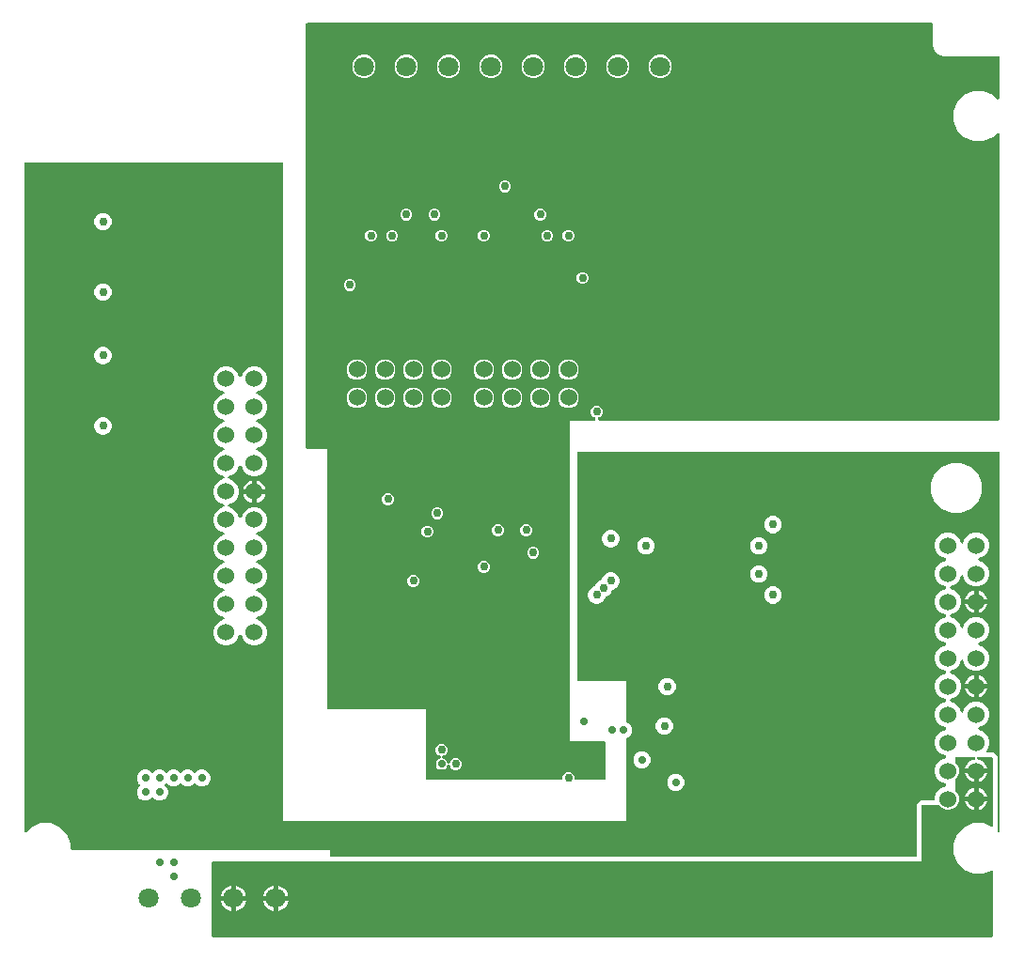
<source format=gbr>
G04 EAGLE Gerber RS-274X export*
G75*
%MOMM*%
%FSLAX34Y34*%
%LPD*%
%INCopper Layer 2*%
%IPPOS*%
%AMOC8*
5,1,8,0,0,1.08239X$1,22.5*%
G01*
%ADD10C,1.800000*%
%ADD11C,1.530000*%
%ADD12C,0.756400*%
%ADD13C,0.706400*%

G36*
X43996Y-268220D02*
X43996Y-268220D01*
X44022Y-268222D01*
X44169Y-268200D01*
X44316Y-268183D01*
X44341Y-268175D01*
X44367Y-268171D01*
X44505Y-268116D01*
X44644Y-268066D01*
X44666Y-268052D01*
X44691Y-268042D01*
X44812Y-267957D01*
X44937Y-267877D01*
X44955Y-267858D01*
X44977Y-267843D01*
X45076Y-267733D01*
X45179Y-267626D01*
X45193Y-267604D01*
X45210Y-267584D01*
X45282Y-267454D01*
X45358Y-267327D01*
X45366Y-267302D01*
X45379Y-267279D01*
X45419Y-267136D01*
X45464Y-266995D01*
X45466Y-266969D01*
X45474Y-266944D01*
X45493Y-266700D01*
X45493Y-265644D01*
X46301Y-263694D01*
X47794Y-262201D01*
X49744Y-261393D01*
X51856Y-261393D01*
X53806Y-262201D01*
X55299Y-263694D01*
X56107Y-265644D01*
X56107Y-266700D01*
X56110Y-266726D01*
X56108Y-266752D01*
X56130Y-266899D01*
X56147Y-267046D01*
X56155Y-267071D01*
X56159Y-267097D01*
X56214Y-267235D01*
X56264Y-267374D01*
X56278Y-267396D01*
X56288Y-267421D01*
X56373Y-267542D01*
X56453Y-267667D01*
X56472Y-267685D01*
X56487Y-267707D01*
X56597Y-267806D01*
X56704Y-267909D01*
X56726Y-267923D01*
X56746Y-267940D01*
X56876Y-268012D01*
X57003Y-268088D01*
X57028Y-268096D01*
X57051Y-268109D01*
X57194Y-268149D01*
X57335Y-268194D01*
X57361Y-268196D01*
X57386Y-268204D01*
X57630Y-268223D01*
X82550Y-268223D01*
X82576Y-268220D01*
X82602Y-268222D01*
X82749Y-268200D01*
X82896Y-268183D01*
X82921Y-268175D01*
X82947Y-268171D01*
X83085Y-268116D01*
X83224Y-268066D01*
X83246Y-268052D01*
X83271Y-268042D01*
X83392Y-267957D01*
X83517Y-267877D01*
X83535Y-267858D01*
X83557Y-267843D01*
X83656Y-267733D01*
X83759Y-267626D01*
X83773Y-267604D01*
X83790Y-267584D01*
X83862Y-267454D01*
X83938Y-267327D01*
X83946Y-267302D01*
X83959Y-267279D01*
X83999Y-267136D01*
X84044Y-266995D01*
X84046Y-266969D01*
X84054Y-266944D01*
X84073Y-266700D01*
X84073Y-234950D01*
X84070Y-234924D01*
X84072Y-234898D01*
X84050Y-234751D01*
X84033Y-234604D01*
X84025Y-234579D01*
X84021Y-234553D01*
X83966Y-234415D01*
X83916Y-234276D01*
X83902Y-234254D01*
X83892Y-234229D01*
X83807Y-234108D01*
X83727Y-233983D01*
X83708Y-233965D01*
X83693Y-233943D01*
X83583Y-233844D01*
X83476Y-233741D01*
X83454Y-233727D01*
X83434Y-233710D01*
X83304Y-233638D01*
X83177Y-233562D01*
X83152Y-233554D01*
X83129Y-233541D01*
X82986Y-233501D01*
X82845Y-233456D01*
X82819Y-233454D01*
X82794Y-233446D01*
X82550Y-233427D01*
X52323Y-233427D01*
X52323Y55627D01*
X73683Y55627D01*
X73733Y55633D01*
X73783Y55630D01*
X73905Y55652D01*
X74029Y55667D01*
X74076Y55684D01*
X74126Y55693D01*
X74240Y55742D01*
X74357Y55784D01*
X74399Y55811D01*
X74445Y55832D01*
X74545Y55906D01*
X74650Y55973D01*
X74685Y56009D01*
X74725Y56039D01*
X74806Y56134D01*
X74892Y56224D01*
X74918Y56267D01*
X74950Y56305D01*
X75007Y56416D01*
X75071Y56523D01*
X75086Y56571D01*
X75109Y56616D01*
X75139Y56737D01*
X75177Y56855D01*
X75181Y56905D01*
X75193Y56954D01*
X75195Y57078D01*
X75205Y57202D01*
X75198Y57252D01*
X75198Y57302D01*
X75172Y57424D01*
X75153Y57547D01*
X75135Y57594D01*
X75124Y57643D01*
X75071Y57755D01*
X75025Y57871D01*
X74996Y57912D01*
X74974Y57958D01*
X74897Y58055D01*
X74826Y58157D01*
X74788Y58191D01*
X74757Y58230D01*
X74659Y58307D01*
X74567Y58390D01*
X74523Y58415D01*
X74483Y58446D01*
X74266Y58557D01*
X73194Y59001D01*
X71701Y60494D01*
X70893Y62444D01*
X70893Y64556D01*
X71701Y66506D01*
X73194Y67999D01*
X75144Y68807D01*
X77256Y68807D01*
X79206Y67999D01*
X80699Y66506D01*
X81507Y64556D01*
X81507Y62444D01*
X80699Y60494D01*
X79206Y59001D01*
X78134Y58557D01*
X78090Y58533D01*
X78043Y58516D01*
X77939Y58449D01*
X77830Y58388D01*
X77792Y58354D01*
X77750Y58327D01*
X77664Y58237D01*
X77572Y58154D01*
X77543Y58113D01*
X77508Y58076D01*
X77444Y57969D01*
X77373Y57867D01*
X77355Y57820D01*
X77329Y57777D01*
X77291Y57659D01*
X77246Y57543D01*
X77238Y57493D01*
X77223Y57445D01*
X77213Y57321D01*
X77195Y57198D01*
X77199Y57148D01*
X77195Y57098D01*
X77213Y56975D01*
X77224Y56851D01*
X77239Y56803D01*
X77247Y56753D01*
X77293Y56637D01*
X77331Y56519D01*
X77357Y56476D01*
X77375Y56429D01*
X77446Y56327D01*
X77510Y56221D01*
X77546Y56184D01*
X77574Y56143D01*
X77667Y56060D01*
X77753Y55971D01*
X77796Y55943D01*
X77833Y55910D01*
X77942Y55850D01*
X78047Y55782D01*
X78094Y55766D01*
X78138Y55741D01*
X78258Y55707D01*
X78375Y55666D01*
X78425Y55660D01*
X78474Y55646D01*
X78717Y55627D01*
X437554Y55627D01*
X437580Y55630D01*
X437606Y55628D01*
X437753Y55650D01*
X437900Y55667D01*
X437925Y55675D01*
X437951Y55679D01*
X438089Y55734D01*
X438228Y55784D01*
X438250Y55798D01*
X438275Y55808D01*
X438396Y55893D01*
X438521Y55973D01*
X438539Y55992D01*
X438561Y56007D01*
X438660Y56117D01*
X438763Y56224D01*
X438777Y56246D01*
X438794Y56266D01*
X438866Y56396D01*
X438942Y56523D01*
X438950Y56548D01*
X438963Y56571D01*
X439003Y56714D01*
X439048Y56855D01*
X439050Y56881D01*
X439058Y56906D01*
X439077Y57150D01*
X439077Y313353D01*
X439066Y313453D01*
X439064Y313553D01*
X439046Y313625D01*
X439037Y313699D01*
X439004Y313793D01*
X438979Y313891D01*
X438945Y313957D01*
X438920Y314027D01*
X438865Y314111D01*
X438819Y314201D01*
X438771Y314257D01*
X438731Y314320D01*
X438659Y314390D01*
X438594Y314466D01*
X438534Y314510D01*
X438480Y314562D01*
X438394Y314614D01*
X438313Y314673D01*
X438245Y314703D01*
X438181Y314741D01*
X438085Y314771D01*
X437993Y314811D01*
X437920Y314824D01*
X437849Y314847D01*
X437749Y314855D01*
X437650Y314873D01*
X437576Y314869D01*
X437502Y314875D01*
X437402Y314860D01*
X437302Y314855D01*
X437231Y314834D01*
X437157Y314823D01*
X437064Y314786D01*
X436967Y314758D01*
X436902Y314722D01*
X436833Y314695D01*
X436751Y314637D01*
X436663Y314588D01*
X436587Y314523D01*
X436547Y314496D01*
X436523Y314469D01*
X436477Y314430D01*
X432836Y310789D01*
X424508Y307339D01*
X415492Y307339D01*
X407164Y310789D01*
X400789Y317164D01*
X397339Y325492D01*
X397339Y334508D01*
X400789Y342836D01*
X407164Y349211D01*
X415492Y352661D01*
X424508Y352661D01*
X432836Y349211D01*
X436477Y345570D01*
X436555Y345508D01*
X436628Y345438D01*
X436692Y345400D01*
X436750Y345354D01*
X436841Y345311D01*
X436927Y345259D01*
X436998Y345236D01*
X437065Y345205D01*
X437163Y345184D01*
X437259Y345153D01*
X437333Y345147D01*
X437406Y345131D01*
X437506Y345133D01*
X437606Y345125D01*
X437680Y345136D01*
X437754Y345137D01*
X437851Y345162D01*
X437951Y345177D01*
X438020Y345204D01*
X438092Y345222D01*
X438182Y345268D01*
X438275Y345305D01*
X438336Y345348D01*
X438402Y345382D01*
X438479Y345447D01*
X438561Y345504D01*
X438611Y345559D01*
X438667Y345608D01*
X438727Y345689D01*
X438794Y345763D01*
X438830Y345828D01*
X438875Y345888D01*
X438914Y345980D01*
X438963Y346068D01*
X438983Y346140D01*
X439013Y346208D01*
X439030Y346307D01*
X439058Y346404D01*
X439066Y346504D01*
X439074Y346551D01*
X439072Y346587D01*
X439077Y346647D01*
X439077Y382554D01*
X439074Y382580D01*
X439076Y382606D01*
X439054Y382753D01*
X439037Y382900D01*
X439029Y382925D01*
X439025Y382951D01*
X438970Y383089D01*
X438920Y383228D01*
X438906Y383250D01*
X438896Y383275D01*
X438811Y383396D01*
X438731Y383521D01*
X438712Y383539D01*
X438697Y383561D01*
X438587Y383660D01*
X438480Y383763D01*
X438458Y383777D01*
X438438Y383794D01*
X438308Y383866D01*
X438181Y383942D01*
X438156Y383950D01*
X438133Y383963D01*
X437990Y384003D01*
X437849Y384048D01*
X437823Y384050D01*
X437798Y384058D01*
X437554Y384077D01*
X387827Y384077D01*
X383813Y385740D01*
X380740Y388813D01*
X379077Y392827D01*
X379077Y412554D01*
X379074Y412580D01*
X379076Y412606D01*
X379054Y412753D01*
X379037Y412900D01*
X379029Y412925D01*
X379025Y412951D01*
X378970Y413089D01*
X378920Y413228D01*
X378906Y413250D01*
X378896Y413275D01*
X378811Y413396D01*
X378731Y413521D01*
X378712Y413539D01*
X378697Y413561D01*
X378587Y413660D01*
X378480Y413763D01*
X378458Y413777D01*
X378438Y413794D01*
X378308Y413866D01*
X378181Y413942D01*
X378156Y413950D01*
X378133Y413963D01*
X377990Y414003D01*
X377849Y414048D01*
X377823Y414050D01*
X377798Y414058D01*
X377554Y414077D01*
X-184150Y414077D01*
X-184176Y414074D01*
X-184202Y414076D01*
X-184349Y414054D01*
X-184496Y414037D01*
X-184521Y414029D01*
X-184547Y414025D01*
X-184685Y413970D01*
X-184824Y413920D01*
X-184846Y413906D01*
X-184871Y413896D01*
X-184992Y413811D01*
X-185117Y413731D01*
X-185135Y413712D01*
X-185157Y413697D01*
X-185256Y413587D01*
X-185359Y413480D01*
X-185373Y413458D01*
X-185390Y413438D01*
X-185462Y413308D01*
X-185538Y413181D01*
X-185546Y413156D01*
X-185559Y413133D01*
X-185599Y412990D01*
X-185644Y412849D01*
X-185646Y412823D01*
X-185654Y412798D01*
X-185673Y412554D01*
X-185673Y31750D01*
X-185670Y31724D01*
X-185672Y31698D01*
X-185650Y31551D01*
X-185633Y31404D01*
X-185625Y31379D01*
X-185621Y31353D01*
X-185566Y31215D01*
X-185516Y31076D01*
X-185502Y31054D01*
X-185492Y31029D01*
X-185407Y30908D01*
X-185327Y30783D01*
X-185308Y30765D01*
X-185293Y30743D01*
X-185183Y30644D01*
X-185076Y30541D01*
X-185054Y30527D01*
X-185034Y30510D01*
X-184904Y30438D01*
X-184777Y30362D01*
X-184752Y30354D01*
X-184729Y30341D01*
X-184586Y30301D01*
X-184445Y30256D01*
X-184419Y30254D01*
X-184394Y30246D01*
X-184150Y30227D01*
X-166623Y30227D01*
X-166623Y-203200D01*
X-166620Y-203226D01*
X-166622Y-203252D01*
X-166600Y-203399D01*
X-166583Y-203546D01*
X-166575Y-203571D01*
X-166571Y-203597D01*
X-166516Y-203735D01*
X-166466Y-203874D01*
X-166452Y-203896D01*
X-166442Y-203921D01*
X-166357Y-204042D01*
X-166277Y-204167D01*
X-166258Y-204185D01*
X-166243Y-204207D01*
X-166133Y-204306D01*
X-166026Y-204409D01*
X-166004Y-204423D01*
X-165984Y-204440D01*
X-165854Y-204512D01*
X-165727Y-204588D01*
X-165702Y-204596D01*
X-165679Y-204609D01*
X-165536Y-204649D01*
X-165395Y-204694D01*
X-165369Y-204696D01*
X-165344Y-204704D01*
X-165100Y-204723D01*
X-77723Y-204723D01*
X-77723Y-266700D01*
X-77720Y-266726D01*
X-77722Y-266752D01*
X-77700Y-266899D01*
X-77683Y-267046D01*
X-77675Y-267071D01*
X-77671Y-267097D01*
X-77616Y-267235D01*
X-77566Y-267374D01*
X-77552Y-267396D01*
X-77542Y-267421D01*
X-77457Y-267542D01*
X-77377Y-267667D01*
X-77358Y-267685D01*
X-77343Y-267707D01*
X-77233Y-267806D01*
X-77126Y-267909D01*
X-77104Y-267923D01*
X-77084Y-267940D01*
X-76954Y-268012D01*
X-76827Y-268088D01*
X-76802Y-268096D01*
X-76779Y-268109D01*
X-76636Y-268149D01*
X-76495Y-268194D01*
X-76469Y-268196D01*
X-76444Y-268204D01*
X-76200Y-268223D01*
X43970Y-268223D01*
X43996Y-268220D01*
G37*
G36*
X363532Y-337811D02*
X363532Y-337811D01*
X363590Y-337813D01*
X363672Y-337791D01*
X363756Y-337779D01*
X363809Y-337756D01*
X363865Y-337741D01*
X363938Y-337698D01*
X364015Y-337663D01*
X364060Y-337625D01*
X364110Y-337596D01*
X364168Y-337534D01*
X364232Y-337480D01*
X364264Y-337431D01*
X364304Y-337388D01*
X364343Y-337313D01*
X364390Y-337243D01*
X364407Y-337187D01*
X364434Y-337135D01*
X364445Y-337067D01*
X364475Y-336972D01*
X364478Y-336872D01*
X364489Y-336804D01*
X364489Y-291089D01*
X365263Y-289222D01*
X366692Y-287793D01*
X368559Y-287019D01*
X379820Y-287019D01*
X379878Y-287011D01*
X379936Y-287013D01*
X380018Y-286991D01*
X380102Y-286979D01*
X380155Y-286956D01*
X380211Y-286941D01*
X380284Y-286898D01*
X380361Y-286863D01*
X380406Y-286825D01*
X380456Y-286796D01*
X380514Y-286734D01*
X380578Y-286680D01*
X380610Y-286631D01*
X380650Y-286588D01*
X380689Y-286513D01*
X380736Y-286443D01*
X380753Y-286387D01*
X380780Y-286335D01*
X380791Y-286267D01*
X380821Y-286172D01*
X380824Y-286072D01*
X380835Y-286004D01*
X380835Y-283070D01*
X382619Y-278764D01*
X385914Y-275469D01*
X390334Y-273638D01*
X390359Y-273623D01*
X390387Y-273614D01*
X390481Y-273551D01*
X390579Y-273493D01*
X390599Y-273472D01*
X390623Y-273456D01*
X390696Y-273369D01*
X390774Y-273287D01*
X390787Y-273261D01*
X390806Y-273238D01*
X390852Y-273135D01*
X390904Y-273034D01*
X390910Y-273005D01*
X390922Y-272978D01*
X390937Y-272866D01*
X390959Y-272755D01*
X390957Y-272726D01*
X390961Y-272697D01*
X390945Y-272585D01*
X390935Y-272472D01*
X390924Y-272445D01*
X390920Y-272416D01*
X390873Y-272312D01*
X390833Y-272207D01*
X390815Y-272183D01*
X390803Y-272156D01*
X390729Y-272070D01*
X390661Y-271980D01*
X390638Y-271962D01*
X390619Y-271940D01*
X390552Y-271898D01*
X390433Y-271810D01*
X390375Y-271788D01*
X390334Y-271762D01*
X385914Y-269931D01*
X382619Y-266636D01*
X380835Y-262330D01*
X380835Y-257670D01*
X382619Y-253364D01*
X385914Y-250069D01*
X390334Y-248238D01*
X390359Y-248223D01*
X390387Y-248214D01*
X390481Y-248151D01*
X390579Y-248093D01*
X390599Y-248072D01*
X390623Y-248056D01*
X390696Y-247969D01*
X390774Y-247887D01*
X390787Y-247861D01*
X390806Y-247838D01*
X390852Y-247735D01*
X390904Y-247634D01*
X390910Y-247605D01*
X390922Y-247578D01*
X390937Y-247466D01*
X390959Y-247355D01*
X390957Y-247326D01*
X390961Y-247297D01*
X390944Y-247185D01*
X390935Y-247072D01*
X390924Y-247045D01*
X390920Y-247016D01*
X390873Y-246912D01*
X390833Y-246807D01*
X390815Y-246783D01*
X390803Y-246756D01*
X390729Y-246670D01*
X390661Y-246580D01*
X390638Y-246562D01*
X390619Y-246540D01*
X390552Y-246498D01*
X390433Y-246410D01*
X390375Y-246388D01*
X390334Y-246362D01*
X385914Y-244531D01*
X382619Y-241236D01*
X380835Y-236930D01*
X380835Y-232270D01*
X382619Y-227964D01*
X385914Y-224669D01*
X390334Y-222838D01*
X390359Y-222823D01*
X390387Y-222814D01*
X390481Y-222751D01*
X390579Y-222693D01*
X390599Y-222672D01*
X390623Y-222656D01*
X390696Y-222569D01*
X390774Y-222487D01*
X390787Y-222461D01*
X390806Y-222438D01*
X390852Y-222335D01*
X390904Y-222234D01*
X390910Y-222205D01*
X390922Y-222178D01*
X390937Y-222066D01*
X390959Y-221955D01*
X390957Y-221926D01*
X390961Y-221897D01*
X390944Y-221785D01*
X390935Y-221672D01*
X390924Y-221645D01*
X390920Y-221616D01*
X390873Y-221512D01*
X390833Y-221407D01*
X390815Y-221383D01*
X390803Y-221356D01*
X390729Y-221270D01*
X390661Y-221180D01*
X390638Y-221162D01*
X390619Y-221140D01*
X390552Y-221098D01*
X390433Y-221010D01*
X390375Y-220988D01*
X390334Y-220962D01*
X385914Y-219131D01*
X382619Y-215836D01*
X380835Y-211530D01*
X380835Y-206870D01*
X382619Y-202564D01*
X385914Y-199269D01*
X390334Y-197438D01*
X390359Y-197423D01*
X390387Y-197414D01*
X390481Y-197351D01*
X390579Y-197293D01*
X390599Y-197272D01*
X390623Y-197256D01*
X390696Y-197169D01*
X390774Y-197087D01*
X390787Y-197061D01*
X390806Y-197038D01*
X390852Y-196935D01*
X390904Y-196834D01*
X390910Y-196805D01*
X390922Y-196778D01*
X390937Y-196666D01*
X390959Y-196555D01*
X390957Y-196526D01*
X390961Y-196497D01*
X390945Y-196385D01*
X390935Y-196272D01*
X390924Y-196245D01*
X390920Y-196215D01*
X390873Y-196112D01*
X390833Y-196007D01*
X390815Y-195983D01*
X390803Y-195956D01*
X390729Y-195870D01*
X390661Y-195780D01*
X390638Y-195762D01*
X390619Y-195740D01*
X390552Y-195698D01*
X390433Y-195610D01*
X390375Y-195588D01*
X390334Y-195562D01*
X385914Y-193731D01*
X382619Y-190436D01*
X380835Y-186130D01*
X380835Y-181470D01*
X382619Y-177164D01*
X385914Y-173869D01*
X390334Y-172038D01*
X390359Y-172023D01*
X390387Y-172014D01*
X390481Y-171951D01*
X390579Y-171893D01*
X390599Y-171872D01*
X390623Y-171856D01*
X390696Y-171769D01*
X390774Y-171687D01*
X390787Y-171661D01*
X390806Y-171638D01*
X390852Y-171535D01*
X390904Y-171434D01*
X390910Y-171405D01*
X390922Y-171378D01*
X390937Y-171266D01*
X390959Y-171155D01*
X390957Y-171126D01*
X390961Y-171097D01*
X390945Y-170985D01*
X390935Y-170872D01*
X390924Y-170845D01*
X390920Y-170816D01*
X390873Y-170712D01*
X390833Y-170607D01*
X390815Y-170583D01*
X390803Y-170556D01*
X390729Y-170470D01*
X390661Y-170380D01*
X390638Y-170362D01*
X390619Y-170340D01*
X390552Y-170298D01*
X390433Y-170210D01*
X390375Y-170188D01*
X390334Y-170162D01*
X385914Y-168331D01*
X382619Y-165036D01*
X380835Y-160730D01*
X380835Y-156070D01*
X382619Y-151764D01*
X385914Y-148469D01*
X390334Y-146638D01*
X390359Y-146623D01*
X390387Y-146614D01*
X390481Y-146551D01*
X390579Y-146493D01*
X390599Y-146472D01*
X390623Y-146456D01*
X390696Y-146369D01*
X390774Y-146287D01*
X390787Y-146261D01*
X390806Y-146238D01*
X390852Y-146135D01*
X390904Y-146034D01*
X390910Y-146005D01*
X390922Y-145978D01*
X390937Y-145866D01*
X390959Y-145755D01*
X390957Y-145726D01*
X390961Y-145697D01*
X390945Y-145585D01*
X390935Y-145472D01*
X390924Y-145445D01*
X390920Y-145416D01*
X390873Y-145312D01*
X390833Y-145207D01*
X390815Y-145183D01*
X390803Y-145156D01*
X390729Y-145070D01*
X390661Y-144980D01*
X390638Y-144962D01*
X390619Y-144940D01*
X390552Y-144898D01*
X390433Y-144810D01*
X390375Y-144788D01*
X390334Y-144762D01*
X385914Y-142931D01*
X382619Y-139636D01*
X380835Y-135330D01*
X380835Y-130670D01*
X382619Y-126364D01*
X385914Y-123069D01*
X390334Y-121238D01*
X390359Y-121223D01*
X390387Y-121214D01*
X390481Y-121151D01*
X390579Y-121093D01*
X390599Y-121072D01*
X390623Y-121056D01*
X390696Y-120969D01*
X390774Y-120887D01*
X390787Y-120861D01*
X390806Y-120838D01*
X390852Y-120735D01*
X390904Y-120634D01*
X390910Y-120605D01*
X390922Y-120578D01*
X390937Y-120466D01*
X390959Y-120355D01*
X390957Y-120326D01*
X390961Y-120297D01*
X390945Y-120185D01*
X390935Y-120072D01*
X390924Y-120045D01*
X390920Y-120016D01*
X390873Y-119912D01*
X390833Y-119807D01*
X390815Y-119783D01*
X390803Y-119756D01*
X390729Y-119670D01*
X390661Y-119580D01*
X390638Y-119562D01*
X390619Y-119540D01*
X390552Y-119498D01*
X390433Y-119410D01*
X390375Y-119388D01*
X390334Y-119362D01*
X385914Y-117531D01*
X382619Y-114236D01*
X380835Y-109930D01*
X380835Y-105270D01*
X382619Y-100964D01*
X385914Y-97669D01*
X390334Y-95838D01*
X390359Y-95823D01*
X390387Y-95814D01*
X390481Y-95751D01*
X390579Y-95693D01*
X390599Y-95672D01*
X390623Y-95656D01*
X390696Y-95569D01*
X390774Y-95487D01*
X390787Y-95461D01*
X390806Y-95438D01*
X390852Y-95335D01*
X390904Y-95234D01*
X390910Y-95205D01*
X390922Y-95178D01*
X390937Y-95066D01*
X390959Y-94955D01*
X390957Y-94926D01*
X390961Y-94897D01*
X390945Y-94785D01*
X390935Y-94672D01*
X390924Y-94645D01*
X390920Y-94616D01*
X390873Y-94512D01*
X390833Y-94407D01*
X390815Y-94383D01*
X390803Y-94356D01*
X390729Y-94270D01*
X390661Y-94180D01*
X390638Y-94162D01*
X390619Y-94140D01*
X390552Y-94098D01*
X390433Y-94010D01*
X390375Y-93988D01*
X390334Y-93962D01*
X385914Y-92131D01*
X382619Y-88836D01*
X380835Y-84530D01*
X380835Y-79870D01*
X382619Y-75564D01*
X385914Y-72269D01*
X390334Y-70438D01*
X390359Y-70423D01*
X390387Y-70414D01*
X390481Y-70351D01*
X390579Y-70293D01*
X390599Y-70272D01*
X390623Y-70256D01*
X390696Y-70169D01*
X390774Y-70087D01*
X390787Y-70061D01*
X390806Y-70038D01*
X390852Y-69935D01*
X390904Y-69834D01*
X390910Y-69805D01*
X390922Y-69778D01*
X390937Y-69666D01*
X390959Y-69555D01*
X390957Y-69526D01*
X390961Y-69497D01*
X390945Y-69385D01*
X390935Y-69272D01*
X390924Y-69245D01*
X390920Y-69216D01*
X390873Y-69112D01*
X390833Y-69007D01*
X390815Y-68983D01*
X390803Y-68956D01*
X390729Y-68870D01*
X390661Y-68780D01*
X390638Y-68762D01*
X390619Y-68740D01*
X390552Y-68698D01*
X390433Y-68610D01*
X390375Y-68588D01*
X390334Y-68562D01*
X385914Y-66731D01*
X382619Y-63436D01*
X380835Y-59130D01*
X380835Y-54470D01*
X382619Y-50164D01*
X385914Y-46869D01*
X390220Y-45085D01*
X394880Y-45085D01*
X399186Y-46869D01*
X402481Y-50164D01*
X404312Y-54584D01*
X404327Y-54609D01*
X404336Y-54637D01*
X404399Y-54731D01*
X404457Y-54829D01*
X404478Y-54849D01*
X404494Y-54873D01*
X404581Y-54946D01*
X404663Y-55024D01*
X404689Y-55037D01*
X404712Y-55056D01*
X404815Y-55102D01*
X404916Y-55154D01*
X404945Y-55160D01*
X404972Y-55172D01*
X405084Y-55187D01*
X405195Y-55209D01*
X405224Y-55207D01*
X405253Y-55211D01*
X405365Y-55195D01*
X405478Y-55185D01*
X405505Y-55174D01*
X405535Y-55170D01*
X405638Y-55123D01*
X405743Y-55083D01*
X405767Y-55065D01*
X405794Y-55053D01*
X405880Y-54979D01*
X405970Y-54911D01*
X405988Y-54888D01*
X406010Y-54869D01*
X406052Y-54802D01*
X406140Y-54683D01*
X406162Y-54625D01*
X406188Y-54584D01*
X408019Y-50164D01*
X411314Y-46869D01*
X415620Y-45085D01*
X420280Y-45085D01*
X424586Y-46869D01*
X427881Y-50164D01*
X429665Y-54470D01*
X429665Y-59130D01*
X427881Y-63436D01*
X424586Y-66731D01*
X420166Y-68562D01*
X420141Y-68577D01*
X420113Y-68586D01*
X420019Y-68649D01*
X419921Y-68707D01*
X419901Y-68728D01*
X419877Y-68744D01*
X419804Y-68831D01*
X419726Y-68913D01*
X419713Y-68939D01*
X419694Y-68962D01*
X419648Y-69065D01*
X419596Y-69166D01*
X419590Y-69195D01*
X419578Y-69222D01*
X419563Y-69334D01*
X419541Y-69445D01*
X419543Y-69474D01*
X419539Y-69503D01*
X419555Y-69615D01*
X419565Y-69728D01*
X419576Y-69755D01*
X419580Y-69785D01*
X419627Y-69888D01*
X419667Y-69993D01*
X419685Y-70017D01*
X419697Y-70044D01*
X419771Y-70130D01*
X419839Y-70220D01*
X419862Y-70238D01*
X419881Y-70260D01*
X419948Y-70302D01*
X420067Y-70390D01*
X420125Y-70412D01*
X420166Y-70438D01*
X424586Y-72269D01*
X427881Y-75564D01*
X429665Y-79870D01*
X429665Y-84530D01*
X427881Y-88836D01*
X424586Y-92131D01*
X420280Y-93915D01*
X415620Y-93915D01*
X411314Y-92131D01*
X408019Y-88836D01*
X406188Y-84416D01*
X406173Y-84391D01*
X406164Y-84363D01*
X406101Y-84269D01*
X406043Y-84171D01*
X406022Y-84151D01*
X406006Y-84127D01*
X405919Y-84054D01*
X405837Y-83976D01*
X405811Y-83963D01*
X405788Y-83944D01*
X405685Y-83898D01*
X405584Y-83846D01*
X405555Y-83840D01*
X405528Y-83828D01*
X405416Y-83813D01*
X405305Y-83791D01*
X405276Y-83793D01*
X405247Y-83789D01*
X405135Y-83805D01*
X405022Y-83815D01*
X404995Y-83826D01*
X404966Y-83830D01*
X404862Y-83877D01*
X404757Y-83917D01*
X404733Y-83935D01*
X404706Y-83947D01*
X404620Y-84021D01*
X404530Y-84089D01*
X404512Y-84112D01*
X404490Y-84131D01*
X404448Y-84198D01*
X404360Y-84317D01*
X404338Y-84375D01*
X404312Y-84416D01*
X402481Y-88836D01*
X399186Y-92131D01*
X394766Y-93962D01*
X394741Y-93977D01*
X394713Y-93986D01*
X394619Y-94049D01*
X394521Y-94107D01*
X394501Y-94128D01*
X394477Y-94144D01*
X394404Y-94231D01*
X394326Y-94313D01*
X394313Y-94339D01*
X394294Y-94362D01*
X394248Y-94465D01*
X394196Y-94566D01*
X394190Y-94595D01*
X394178Y-94622D01*
X394163Y-94734D01*
X394141Y-94845D01*
X394143Y-94874D01*
X394139Y-94903D01*
X394155Y-95015D01*
X394165Y-95128D01*
X394176Y-95155D01*
X394180Y-95185D01*
X394227Y-95288D01*
X394267Y-95393D01*
X394285Y-95417D01*
X394297Y-95444D01*
X394371Y-95530D01*
X394439Y-95620D01*
X394462Y-95638D01*
X394481Y-95660D01*
X394548Y-95702D01*
X394667Y-95790D01*
X394725Y-95812D01*
X394766Y-95838D01*
X399186Y-97669D01*
X402481Y-100964D01*
X404265Y-105270D01*
X404265Y-109930D01*
X402481Y-114236D01*
X399186Y-117531D01*
X394766Y-119362D01*
X394741Y-119377D01*
X394713Y-119386D01*
X394619Y-119449D01*
X394521Y-119507D01*
X394501Y-119528D01*
X394477Y-119544D01*
X394404Y-119631D01*
X394326Y-119713D01*
X394313Y-119739D01*
X394294Y-119762D01*
X394248Y-119865D01*
X394196Y-119966D01*
X394190Y-119995D01*
X394178Y-120022D01*
X394163Y-120134D01*
X394141Y-120245D01*
X394143Y-120274D01*
X394139Y-120303D01*
X394155Y-120415D01*
X394165Y-120528D01*
X394176Y-120555D01*
X394180Y-120585D01*
X394227Y-120688D01*
X394267Y-120793D01*
X394285Y-120817D01*
X394297Y-120844D01*
X394371Y-120930D01*
X394439Y-121020D01*
X394462Y-121038D01*
X394481Y-121060D01*
X394548Y-121102D01*
X394667Y-121190D01*
X394725Y-121212D01*
X394766Y-121238D01*
X399186Y-123069D01*
X402481Y-126364D01*
X404312Y-130784D01*
X404327Y-130809D01*
X404336Y-130837D01*
X404399Y-130931D01*
X404457Y-131029D01*
X404478Y-131049D01*
X404494Y-131073D01*
X404581Y-131146D01*
X404663Y-131224D01*
X404689Y-131237D01*
X404712Y-131256D01*
X404815Y-131302D01*
X404916Y-131354D01*
X404945Y-131360D01*
X404972Y-131372D01*
X405084Y-131387D01*
X405195Y-131409D01*
X405224Y-131407D01*
X405253Y-131411D01*
X405365Y-131395D01*
X405478Y-131385D01*
X405505Y-131374D01*
X405535Y-131370D01*
X405638Y-131323D01*
X405743Y-131283D01*
X405767Y-131265D01*
X405794Y-131253D01*
X405880Y-131179D01*
X405970Y-131111D01*
X405988Y-131088D01*
X406010Y-131069D01*
X406052Y-131002D01*
X406140Y-130883D01*
X406162Y-130825D01*
X406188Y-130784D01*
X408019Y-126364D01*
X411314Y-123069D01*
X415620Y-121285D01*
X420280Y-121285D01*
X424586Y-123069D01*
X427881Y-126364D01*
X429665Y-130670D01*
X429665Y-135330D01*
X427881Y-139636D01*
X424586Y-142931D01*
X420166Y-144762D01*
X420141Y-144777D01*
X420113Y-144786D01*
X420019Y-144849D01*
X419921Y-144907D01*
X419901Y-144928D01*
X419877Y-144944D01*
X419804Y-145031D01*
X419726Y-145113D01*
X419713Y-145139D01*
X419694Y-145162D01*
X419648Y-145265D01*
X419596Y-145366D01*
X419590Y-145395D01*
X419578Y-145422D01*
X419563Y-145534D01*
X419541Y-145645D01*
X419543Y-145674D01*
X419539Y-145703D01*
X419555Y-145815D01*
X419565Y-145928D01*
X419576Y-145955D01*
X419580Y-145985D01*
X419627Y-146088D01*
X419667Y-146193D01*
X419685Y-146217D01*
X419697Y-146244D01*
X419771Y-146330D01*
X419839Y-146420D01*
X419862Y-146438D01*
X419881Y-146460D01*
X419948Y-146502D01*
X420067Y-146590D01*
X420125Y-146612D01*
X420166Y-146638D01*
X424586Y-148469D01*
X427881Y-151764D01*
X429665Y-156070D01*
X429665Y-160730D01*
X427881Y-165036D01*
X424586Y-168331D01*
X420280Y-170115D01*
X415620Y-170115D01*
X411314Y-168331D01*
X408019Y-165036D01*
X406188Y-160616D01*
X406173Y-160591D01*
X406164Y-160563D01*
X406101Y-160469D01*
X406043Y-160371D01*
X406022Y-160351D01*
X406006Y-160327D01*
X405919Y-160254D01*
X405837Y-160176D01*
X405811Y-160163D01*
X405788Y-160144D01*
X405685Y-160098D01*
X405584Y-160046D01*
X405555Y-160040D01*
X405528Y-160028D01*
X405416Y-160013D01*
X405305Y-159991D01*
X405276Y-159993D01*
X405247Y-159989D01*
X405135Y-160005D01*
X405022Y-160015D01*
X404995Y-160026D01*
X404966Y-160030D01*
X404862Y-160077D01*
X404757Y-160117D01*
X404733Y-160135D01*
X404706Y-160147D01*
X404620Y-160221D01*
X404530Y-160289D01*
X404512Y-160312D01*
X404490Y-160331D01*
X404448Y-160398D01*
X404360Y-160517D01*
X404338Y-160575D01*
X404312Y-160616D01*
X402481Y-165036D01*
X399186Y-168331D01*
X394766Y-170162D01*
X394741Y-170177D01*
X394713Y-170186D01*
X394619Y-170249D01*
X394521Y-170307D01*
X394501Y-170328D01*
X394477Y-170344D01*
X394404Y-170431D01*
X394326Y-170513D01*
X394313Y-170539D01*
X394294Y-170562D01*
X394248Y-170665D01*
X394196Y-170766D01*
X394190Y-170795D01*
X394178Y-170822D01*
X394163Y-170934D01*
X394141Y-171045D01*
X394143Y-171074D01*
X394139Y-171103D01*
X394155Y-171215D01*
X394165Y-171328D01*
X394176Y-171355D01*
X394180Y-171385D01*
X394227Y-171488D01*
X394267Y-171593D01*
X394285Y-171617D01*
X394297Y-171644D01*
X394371Y-171730D01*
X394439Y-171820D01*
X394462Y-171838D01*
X394481Y-171860D01*
X394548Y-171902D01*
X394667Y-171990D01*
X394725Y-172012D01*
X394766Y-172038D01*
X399186Y-173869D01*
X402481Y-177164D01*
X404265Y-181470D01*
X404265Y-186130D01*
X402481Y-190436D01*
X399186Y-193731D01*
X394766Y-195562D01*
X394741Y-195577D01*
X394713Y-195586D01*
X394619Y-195649D01*
X394521Y-195707D01*
X394501Y-195728D01*
X394477Y-195744D01*
X394404Y-195831D01*
X394326Y-195913D01*
X394313Y-195939D01*
X394294Y-195962D01*
X394248Y-196065D01*
X394196Y-196166D01*
X394190Y-196195D01*
X394178Y-196222D01*
X394163Y-196334D01*
X394141Y-196445D01*
X394143Y-196474D01*
X394139Y-196503D01*
X394155Y-196615D01*
X394165Y-196728D01*
X394176Y-196755D01*
X394180Y-196784D01*
X394227Y-196888D01*
X394267Y-196993D01*
X394285Y-197017D01*
X394297Y-197044D01*
X394371Y-197130D01*
X394439Y-197220D01*
X394462Y-197238D01*
X394481Y-197260D01*
X394548Y-197302D01*
X394667Y-197390D01*
X394725Y-197412D01*
X394766Y-197438D01*
X399186Y-199269D01*
X402481Y-202564D01*
X404312Y-206984D01*
X404327Y-207009D01*
X404336Y-207037D01*
X404399Y-207131D01*
X404457Y-207229D01*
X404478Y-207249D01*
X404494Y-207273D01*
X404581Y-207346D01*
X404663Y-207424D01*
X404689Y-207437D01*
X404712Y-207456D01*
X404815Y-207502D01*
X404916Y-207554D01*
X404945Y-207560D01*
X404972Y-207572D01*
X405084Y-207587D01*
X405195Y-207609D01*
X405224Y-207607D01*
X405253Y-207611D01*
X405365Y-207594D01*
X405478Y-207585D01*
X405505Y-207574D01*
X405535Y-207570D01*
X405638Y-207523D01*
X405743Y-207483D01*
X405767Y-207465D01*
X405794Y-207453D01*
X405880Y-207380D01*
X405970Y-207311D01*
X405988Y-207288D01*
X406010Y-207269D01*
X406052Y-207202D01*
X406140Y-207083D01*
X406162Y-207025D01*
X406188Y-206984D01*
X408019Y-202564D01*
X411314Y-199269D01*
X415620Y-197485D01*
X420280Y-197485D01*
X424586Y-199269D01*
X427881Y-202564D01*
X429665Y-206870D01*
X429665Y-211530D01*
X427881Y-215836D01*
X424586Y-219131D01*
X420166Y-220962D01*
X420141Y-220977D01*
X420113Y-220986D01*
X420019Y-221049D01*
X419921Y-221107D01*
X419901Y-221128D01*
X419877Y-221144D01*
X419804Y-221231D01*
X419726Y-221313D01*
X419713Y-221339D01*
X419694Y-221362D01*
X419648Y-221465D01*
X419596Y-221566D01*
X419590Y-221595D01*
X419578Y-221622D01*
X419563Y-221734D01*
X419541Y-221845D01*
X419543Y-221874D01*
X419539Y-221903D01*
X419556Y-222015D01*
X419565Y-222128D01*
X419576Y-222155D01*
X419580Y-222185D01*
X419627Y-222288D01*
X419667Y-222393D01*
X419685Y-222417D01*
X419697Y-222444D01*
X419770Y-222530D01*
X419839Y-222620D01*
X419862Y-222638D01*
X419881Y-222660D01*
X419948Y-222702D01*
X420067Y-222790D01*
X420125Y-222812D01*
X420166Y-222838D01*
X424586Y-224669D01*
X427881Y-227964D01*
X429665Y-232270D01*
X429665Y-236930D01*
X427881Y-241236D01*
X427011Y-242106D01*
X426993Y-242130D01*
X426971Y-242149D01*
X426908Y-242243D01*
X426840Y-242333D01*
X426830Y-242361D01*
X426813Y-242385D01*
X426779Y-242493D01*
X426739Y-242599D01*
X426736Y-242628D01*
X426728Y-242656D01*
X426725Y-242770D01*
X426715Y-242882D01*
X426721Y-242911D01*
X426720Y-242940D01*
X426749Y-243050D01*
X426771Y-243161D01*
X426785Y-243187D01*
X426792Y-243215D01*
X426850Y-243313D01*
X426902Y-243413D01*
X426922Y-243435D01*
X426937Y-243460D01*
X427020Y-243537D01*
X427098Y-243619D01*
X427123Y-243634D01*
X427145Y-243654D01*
X427246Y-243706D01*
X427343Y-243763D01*
X427372Y-243770D01*
X427398Y-243784D01*
X427475Y-243797D01*
X427619Y-243833D01*
X427681Y-243831D01*
X427729Y-243839D01*
X432811Y-243839D01*
X434678Y-244613D01*
X436107Y-246042D01*
X436881Y-247909D01*
X436881Y-314413D01*
X436893Y-314500D01*
X436896Y-314587D01*
X436913Y-314640D01*
X436921Y-314695D01*
X436956Y-314774D01*
X436983Y-314858D01*
X437011Y-314897D01*
X437037Y-314954D01*
X437133Y-315067D01*
X437178Y-315131D01*
X437344Y-315297D01*
X437368Y-315315D01*
X437387Y-315337D01*
X437481Y-315400D01*
X437571Y-315468D01*
X437599Y-315478D01*
X437623Y-315495D01*
X437731Y-315529D01*
X437837Y-315569D01*
X437866Y-315572D01*
X437894Y-315580D01*
X438007Y-315583D01*
X438120Y-315593D01*
X438149Y-315587D01*
X438178Y-315588D01*
X438288Y-315559D01*
X438399Y-315537D01*
X438425Y-315523D01*
X438453Y-315516D01*
X438551Y-315458D01*
X438651Y-315406D01*
X438673Y-315386D01*
X438698Y-315371D01*
X438775Y-315288D01*
X438857Y-315210D01*
X438872Y-315185D01*
X438892Y-315163D01*
X438944Y-315063D01*
X439001Y-314965D01*
X439008Y-314936D01*
X439022Y-314910D01*
X439035Y-314833D01*
X439071Y-314689D01*
X439069Y-314627D01*
X439077Y-314579D01*
X439077Y26670D01*
X439069Y26726D01*
X439071Y26772D01*
X439070Y26773D01*
X439071Y26786D01*
X439049Y26868D01*
X439037Y26952D01*
X439014Y27005D01*
X438999Y27061D01*
X438956Y27134D01*
X438921Y27211D01*
X438883Y27256D01*
X438854Y27306D01*
X438792Y27364D01*
X438738Y27428D01*
X438689Y27460D01*
X438646Y27500D01*
X438571Y27539D01*
X438501Y27586D01*
X438445Y27603D01*
X438393Y27630D01*
X438325Y27641D01*
X438230Y27671D01*
X438130Y27674D01*
X438062Y27685D01*
X59690Y27685D01*
X59632Y27677D01*
X59574Y27679D01*
X59492Y27657D01*
X59409Y27645D01*
X59355Y27622D01*
X59299Y27607D01*
X59226Y27564D01*
X59149Y27529D01*
X59104Y27491D01*
X59054Y27462D01*
X58996Y27400D01*
X58932Y27346D01*
X58900Y27297D01*
X58860Y27254D01*
X58821Y27179D01*
X58775Y27109D01*
X58757Y27053D01*
X58730Y27001D01*
X58719Y26933D01*
X58689Y26838D01*
X58686Y26738D01*
X58675Y26670D01*
X58675Y-177800D01*
X58683Y-177858D01*
X58681Y-177916D01*
X58703Y-177998D01*
X58715Y-178082D01*
X58739Y-178135D01*
X58753Y-178191D01*
X58796Y-178264D01*
X58831Y-178341D01*
X58869Y-178386D01*
X58899Y-178436D01*
X58960Y-178494D01*
X59015Y-178558D01*
X59063Y-178590D01*
X59106Y-178630D01*
X59181Y-178669D01*
X59251Y-178716D01*
X59307Y-178733D01*
X59359Y-178760D01*
X59427Y-178771D01*
X59522Y-178801D01*
X59622Y-178804D01*
X59690Y-178815D01*
X103125Y-178815D01*
X103125Y-215777D01*
X103125Y-215778D01*
X103125Y-215780D01*
X103145Y-215919D01*
X103165Y-216058D01*
X103165Y-216060D01*
X103165Y-216061D01*
X103222Y-216187D01*
X103281Y-216318D01*
X103282Y-216319D01*
X103283Y-216320D01*
X103374Y-216428D01*
X103465Y-216535D01*
X103466Y-216535D01*
X103467Y-216537D01*
X103480Y-216545D01*
X103701Y-216692D01*
X103730Y-216701D01*
X103751Y-216715D01*
X104633Y-217080D01*
X106770Y-219217D01*
X107927Y-222009D01*
X107927Y-225031D01*
X106770Y-227823D01*
X104633Y-229960D01*
X103751Y-230325D01*
X103750Y-230326D01*
X103749Y-230327D01*
X103631Y-230397D01*
X103507Y-230470D01*
X103506Y-230471D01*
X103504Y-230472D01*
X103407Y-230576D01*
X103311Y-230677D01*
X103311Y-230678D01*
X103310Y-230679D01*
X103245Y-230805D01*
X103181Y-230929D01*
X103181Y-230931D01*
X103180Y-230932D01*
X103178Y-230947D01*
X103126Y-231208D01*
X103129Y-231239D01*
X103125Y-231263D01*
X103125Y-305055D01*
X-205995Y-305055D01*
X-205995Y287020D01*
X-206003Y287078D01*
X-206001Y287136D01*
X-206023Y287218D01*
X-206035Y287302D01*
X-206059Y287355D01*
X-206073Y287411D01*
X-206116Y287484D01*
X-206151Y287561D01*
X-206189Y287606D01*
X-206219Y287656D01*
X-206280Y287714D01*
X-206335Y287778D01*
X-206383Y287810D01*
X-206426Y287850D01*
X-206501Y287889D01*
X-206571Y287936D01*
X-206627Y287953D01*
X-206679Y287980D01*
X-206747Y287991D01*
X-206842Y288021D01*
X-206942Y288024D01*
X-207010Y288035D01*
X-438062Y288035D01*
X-438120Y288027D01*
X-438178Y288029D01*
X-438260Y288007D01*
X-438344Y287995D01*
X-438397Y287972D01*
X-438453Y287957D01*
X-438526Y287914D01*
X-438603Y287879D01*
X-438648Y287841D01*
X-438698Y287812D01*
X-438756Y287750D01*
X-438820Y287696D01*
X-438852Y287647D01*
X-438892Y287604D01*
X-438931Y287529D01*
X-438978Y287459D01*
X-438995Y287403D01*
X-439022Y287351D01*
X-439033Y287283D01*
X-439063Y287188D01*
X-439066Y287088D01*
X-439077Y287020D01*
X-439077Y-314579D01*
X-439073Y-314608D01*
X-439076Y-314637D01*
X-439053Y-314748D01*
X-439037Y-314861D01*
X-439025Y-314887D01*
X-439020Y-314916D01*
X-438968Y-315017D01*
X-438921Y-315120D01*
X-438902Y-315142D01*
X-438889Y-315168D01*
X-438811Y-315250D01*
X-438738Y-315337D01*
X-438713Y-315353D01*
X-438693Y-315375D01*
X-438595Y-315432D01*
X-438501Y-315495D01*
X-438473Y-315504D01*
X-438448Y-315518D01*
X-438338Y-315546D01*
X-438230Y-315580D01*
X-438200Y-315581D01*
X-438172Y-315588D01*
X-438059Y-315585D01*
X-437946Y-315588D01*
X-437917Y-315580D01*
X-437888Y-315579D01*
X-437780Y-315544D01*
X-437671Y-315516D01*
X-437645Y-315501D01*
X-437617Y-315492D01*
X-437554Y-315446D01*
X-437426Y-315371D01*
X-437383Y-315325D01*
X-437344Y-315297D01*
X-432836Y-310789D01*
X-424507Y-307339D01*
X-415493Y-307339D01*
X-407164Y-310789D01*
X-400789Y-317164D01*
X-397339Y-325493D01*
X-397339Y-330200D01*
X-397331Y-330258D01*
X-397333Y-330316D01*
X-397311Y-330398D01*
X-397299Y-330482D01*
X-397276Y-330535D01*
X-397261Y-330591D01*
X-397218Y-330664D01*
X-397183Y-330741D01*
X-397145Y-330786D01*
X-397116Y-330836D01*
X-397054Y-330894D01*
X-397000Y-330958D01*
X-396951Y-330990D01*
X-396908Y-331030D01*
X-396833Y-331069D01*
X-396763Y-331116D01*
X-396707Y-331133D01*
X-396655Y-331160D01*
X-396587Y-331171D01*
X-396492Y-331201D01*
X-396392Y-331204D01*
X-396324Y-331215D01*
X-163575Y-331215D01*
X-163575Y-336804D01*
X-163567Y-336862D01*
X-163569Y-336920D01*
X-163547Y-337002D01*
X-163535Y-337086D01*
X-163512Y-337139D01*
X-163497Y-337195D01*
X-163454Y-337268D01*
X-163419Y-337345D01*
X-163381Y-337390D01*
X-163352Y-337440D01*
X-163290Y-337498D01*
X-163236Y-337562D01*
X-163187Y-337594D01*
X-163144Y-337634D01*
X-163069Y-337673D01*
X-162999Y-337720D01*
X-162943Y-337737D01*
X-162891Y-337764D01*
X-162823Y-337775D01*
X-162728Y-337805D01*
X-162628Y-337808D01*
X-162560Y-337819D01*
X363474Y-337819D01*
X363532Y-337811D01*
G37*
G36*
X431858Y-409947D02*
X431858Y-409947D01*
X431916Y-409949D01*
X431998Y-409927D01*
X432082Y-409915D01*
X432135Y-409892D01*
X432191Y-409877D01*
X432264Y-409834D01*
X432341Y-409799D01*
X432386Y-409761D01*
X432436Y-409732D01*
X432494Y-409670D01*
X432558Y-409616D01*
X432590Y-409567D01*
X432630Y-409524D01*
X432669Y-409449D01*
X432716Y-409379D01*
X432733Y-409323D01*
X432760Y-409271D01*
X432771Y-409203D01*
X432801Y-409108D01*
X432804Y-409008D01*
X432815Y-408940D01*
X432815Y-350739D01*
X432799Y-350625D01*
X432789Y-350511D01*
X432779Y-350485D01*
X432775Y-350457D01*
X432728Y-350352D01*
X432687Y-350246D01*
X432671Y-350223D01*
X432659Y-350198D01*
X432585Y-350110D01*
X432516Y-350019D01*
X432493Y-350002D01*
X432476Y-349981D01*
X432380Y-349917D01*
X432288Y-349849D01*
X432262Y-349839D01*
X432239Y-349823D01*
X432129Y-349789D01*
X432022Y-349748D01*
X431994Y-349746D01*
X431968Y-349738D01*
X431853Y-349735D01*
X431739Y-349726D01*
X431714Y-349731D01*
X431684Y-349730D01*
X431427Y-349797D01*
X431411Y-349801D01*
X424507Y-352661D01*
X415493Y-352661D01*
X407164Y-349211D01*
X400789Y-342836D01*
X397339Y-334507D01*
X397339Y-325493D01*
X400789Y-317164D01*
X407164Y-310789D01*
X415493Y-307339D01*
X424507Y-307339D01*
X431411Y-310199D01*
X431523Y-310228D01*
X431632Y-310262D01*
X431660Y-310263D01*
X431687Y-310270D01*
X431801Y-310267D01*
X431916Y-310270D01*
X431943Y-310263D01*
X431971Y-310262D01*
X432080Y-310227D01*
X432191Y-310198D01*
X432215Y-310184D01*
X432242Y-310175D01*
X432337Y-310111D01*
X432436Y-310053D01*
X432455Y-310032D01*
X432478Y-310017D01*
X432552Y-309929D01*
X432630Y-309845D01*
X432643Y-309821D01*
X432661Y-309799D01*
X432708Y-309694D01*
X432760Y-309592D01*
X432764Y-309567D01*
X432776Y-309539D01*
X432813Y-309276D01*
X432815Y-309261D01*
X432815Y-248920D01*
X432807Y-248862D01*
X432809Y-248804D01*
X432787Y-248722D01*
X432775Y-248639D01*
X432752Y-248585D01*
X432737Y-248529D01*
X432694Y-248456D01*
X432659Y-248379D01*
X432621Y-248334D01*
X432592Y-248284D01*
X432530Y-248226D01*
X432476Y-248162D01*
X432427Y-248130D01*
X432384Y-248090D01*
X432309Y-248051D01*
X432239Y-248005D01*
X432183Y-247987D01*
X432131Y-247960D01*
X432063Y-247949D01*
X431968Y-247919D01*
X431868Y-247916D01*
X431800Y-247905D01*
X419627Y-247905D01*
X419565Y-247914D01*
X419502Y-247913D01*
X419425Y-247933D01*
X419346Y-247945D01*
X419288Y-247970D01*
X419227Y-247987D01*
X419159Y-248028D01*
X419086Y-248061D01*
X419038Y-248102D01*
X418984Y-248134D01*
X418930Y-248193D01*
X418869Y-248245D01*
X418834Y-248297D01*
X418792Y-248343D01*
X418756Y-248415D01*
X418712Y-248481D01*
X418693Y-248541D01*
X418665Y-248598D01*
X418650Y-248676D01*
X418626Y-248752D01*
X418624Y-248815D01*
X418613Y-248877D01*
X418621Y-248957D01*
X418619Y-249036D01*
X418635Y-249097D01*
X418641Y-249160D01*
X418670Y-249234D01*
X418691Y-249311D01*
X418723Y-249366D01*
X418746Y-249424D01*
X418795Y-249487D01*
X418836Y-249556D01*
X418882Y-249599D01*
X418920Y-249649D01*
X418985Y-249696D01*
X419043Y-249750D01*
X419099Y-249779D01*
X419150Y-249816D01*
X419213Y-249837D01*
X419296Y-249880D01*
X419384Y-249894D01*
X419468Y-249923D01*
X420336Y-250060D01*
X421862Y-250556D01*
X423291Y-251284D01*
X424589Y-252227D01*
X425723Y-253361D01*
X426666Y-254659D01*
X427394Y-256088D01*
X427890Y-257614D01*
X427946Y-257969D01*
X418966Y-257969D01*
X418908Y-257977D01*
X418850Y-257975D01*
X418768Y-257997D01*
X418685Y-258009D01*
X418631Y-258033D01*
X418575Y-258047D01*
X418502Y-258090D01*
X418425Y-258125D01*
X418381Y-258163D01*
X418330Y-258193D01*
X418273Y-258254D01*
X418208Y-258309D01*
X418176Y-258357D01*
X418136Y-258400D01*
X418097Y-258475D01*
X418051Y-258545D01*
X418033Y-258601D01*
X418006Y-258653D01*
X417995Y-258721D01*
X417965Y-258816D01*
X417962Y-258916D01*
X417951Y-258984D01*
X417951Y-260001D01*
X417949Y-260001D01*
X417949Y-258984D01*
X417941Y-258926D01*
X417942Y-258868D01*
X417921Y-258786D01*
X417909Y-258703D01*
X417885Y-258649D01*
X417871Y-258593D01*
X417828Y-258520D01*
X417793Y-258443D01*
X417755Y-258398D01*
X417725Y-258348D01*
X417664Y-258290D01*
X417609Y-258226D01*
X417561Y-258194D01*
X417518Y-258154D01*
X417443Y-258115D01*
X417373Y-258069D01*
X417317Y-258051D01*
X417265Y-258024D01*
X417197Y-258013D01*
X417102Y-257983D01*
X417002Y-257980D01*
X416934Y-257969D01*
X407954Y-257969D01*
X408010Y-257614D01*
X408506Y-256088D01*
X409234Y-254659D01*
X410177Y-253361D01*
X411311Y-252227D01*
X412609Y-251284D01*
X414038Y-250556D01*
X415564Y-250060D01*
X416432Y-249923D01*
X416492Y-249904D01*
X416554Y-249895D01*
X416627Y-249863D01*
X416703Y-249839D01*
X416756Y-249805D01*
X416814Y-249779D01*
X416875Y-249728D01*
X416941Y-249684D01*
X416982Y-249636D01*
X417031Y-249596D01*
X417075Y-249529D01*
X417127Y-249469D01*
X417153Y-249411D01*
X417188Y-249359D01*
X417212Y-249283D01*
X417246Y-249210D01*
X417255Y-249148D01*
X417274Y-249088D01*
X417276Y-249008D01*
X417288Y-248929D01*
X417280Y-248867D01*
X417281Y-248804D01*
X417261Y-248726D01*
X417251Y-248647D01*
X417225Y-248590D01*
X417209Y-248529D01*
X417169Y-248460D01*
X417137Y-248387D01*
X417096Y-248338D01*
X417064Y-248284D01*
X417006Y-248230D01*
X416955Y-248168D01*
X416903Y-248133D01*
X416857Y-248090D01*
X416786Y-248053D01*
X416720Y-248009D01*
X416660Y-247989D01*
X416604Y-247960D01*
X416539Y-247949D01*
X416450Y-247920D01*
X416361Y-247919D01*
X416273Y-247905D01*
X400050Y-247905D01*
X399992Y-247913D01*
X399934Y-247911D01*
X399852Y-247933D01*
X399769Y-247945D01*
X399715Y-247969D01*
X399659Y-247983D01*
X399586Y-248026D01*
X399509Y-248061D01*
X399464Y-248099D01*
X399414Y-248129D01*
X399356Y-248190D01*
X399292Y-248245D01*
X399260Y-248293D01*
X399220Y-248336D01*
X399181Y-248411D01*
X399135Y-248481D01*
X399117Y-248537D01*
X399090Y-248589D01*
X399079Y-248657D01*
X399049Y-248752D01*
X399046Y-248852D01*
X399035Y-248920D01*
X399035Y-252371D01*
X399047Y-252457D01*
X399050Y-252545D01*
X399067Y-252597D01*
X399075Y-252652D01*
X399110Y-252732D01*
X399137Y-252815D01*
X399165Y-252855D01*
X399191Y-252912D01*
X399287Y-253025D01*
X399332Y-253089D01*
X400759Y-254515D01*
X402233Y-258074D01*
X402233Y-261926D01*
X400759Y-265485D01*
X399332Y-266911D01*
X399280Y-266981D01*
X399220Y-267045D01*
X399194Y-267094D01*
X399161Y-267139D01*
X399130Y-267220D01*
X399090Y-267298D01*
X399082Y-267346D01*
X399060Y-267404D01*
X399048Y-267552D01*
X399035Y-267629D01*
X399035Y-277771D01*
X399047Y-277857D01*
X399050Y-277945D01*
X399067Y-277997D01*
X399075Y-278052D01*
X399110Y-278132D01*
X399137Y-278215D01*
X399165Y-278255D01*
X399191Y-278312D01*
X399287Y-278425D01*
X399332Y-278489D01*
X400759Y-279915D01*
X402233Y-283474D01*
X402233Y-287326D01*
X400759Y-290885D01*
X398035Y-293609D01*
X394476Y-295083D01*
X390624Y-295083D01*
X387065Y-293609D01*
X384839Y-291382D01*
X384769Y-291330D01*
X384705Y-291270D01*
X384656Y-291244D01*
X384611Y-291211D01*
X384530Y-291180D01*
X384452Y-291140D01*
X384404Y-291132D01*
X384346Y-291110D01*
X384198Y-291098D01*
X384121Y-291085D01*
X369570Y-291085D01*
X369512Y-291093D01*
X369454Y-291091D01*
X369372Y-291113D01*
X369289Y-291125D01*
X369235Y-291149D01*
X369179Y-291163D01*
X369106Y-291206D01*
X369029Y-291241D01*
X368984Y-291279D01*
X368934Y-291309D01*
X368876Y-291370D01*
X368812Y-291425D01*
X368780Y-291473D01*
X368740Y-291516D01*
X368701Y-291591D01*
X368655Y-291661D01*
X368637Y-291717D01*
X368610Y-291769D01*
X368599Y-291837D01*
X368569Y-291932D01*
X368566Y-292032D01*
X368555Y-292100D01*
X368555Y-341885D01*
X-269240Y-341885D01*
X-269298Y-341893D01*
X-269356Y-341891D01*
X-269438Y-341913D01*
X-269522Y-341925D01*
X-269575Y-341949D01*
X-269631Y-341963D01*
X-269704Y-342006D01*
X-269781Y-342041D01*
X-269826Y-342079D01*
X-269876Y-342109D01*
X-269934Y-342170D01*
X-269998Y-342225D01*
X-270030Y-342273D01*
X-270070Y-342316D01*
X-270109Y-342391D01*
X-270156Y-342461D01*
X-270173Y-342517D01*
X-270200Y-342569D01*
X-270211Y-342637D01*
X-270241Y-342732D01*
X-270244Y-342832D01*
X-270255Y-342900D01*
X-270255Y-408940D01*
X-270247Y-408998D01*
X-270249Y-409056D01*
X-270227Y-409138D01*
X-270215Y-409222D01*
X-270192Y-409275D01*
X-270177Y-409331D01*
X-270134Y-409404D01*
X-270099Y-409481D01*
X-270061Y-409526D01*
X-270032Y-409576D01*
X-269970Y-409634D01*
X-269916Y-409698D01*
X-269867Y-409730D01*
X-269824Y-409770D01*
X-269749Y-409809D01*
X-269679Y-409856D01*
X-269623Y-409873D01*
X-269571Y-409900D01*
X-269503Y-409911D01*
X-269408Y-409941D01*
X-269308Y-409944D01*
X-269240Y-409955D01*
X431800Y-409955D01*
X431858Y-409947D01*
G37*
%LPC*%
G36*
X-259780Y-147115D02*
X-259780Y-147115D01*
X-264086Y-145331D01*
X-267381Y-142036D01*
X-269165Y-137730D01*
X-269165Y-133070D01*
X-267381Y-128764D01*
X-264086Y-125469D01*
X-259666Y-123638D01*
X-259641Y-123623D01*
X-259613Y-123614D01*
X-259519Y-123551D01*
X-259421Y-123493D01*
X-259401Y-123472D01*
X-259377Y-123456D01*
X-259304Y-123369D01*
X-259226Y-123287D01*
X-259213Y-123261D01*
X-259194Y-123238D01*
X-259148Y-123135D01*
X-259096Y-123034D01*
X-259090Y-123005D01*
X-259078Y-122978D01*
X-259063Y-122866D01*
X-259041Y-122755D01*
X-259043Y-122726D01*
X-259039Y-122697D01*
X-259055Y-122585D01*
X-259065Y-122472D01*
X-259076Y-122445D01*
X-259080Y-122415D01*
X-259127Y-122312D01*
X-259167Y-122207D01*
X-259185Y-122183D01*
X-259197Y-122156D01*
X-259271Y-122070D01*
X-259339Y-121980D01*
X-259362Y-121962D01*
X-259381Y-121940D01*
X-259448Y-121898D01*
X-259567Y-121810D01*
X-259625Y-121788D01*
X-259666Y-121762D01*
X-264086Y-119931D01*
X-267381Y-116636D01*
X-269165Y-112330D01*
X-269165Y-107670D01*
X-267381Y-103364D01*
X-264086Y-100069D01*
X-259666Y-98238D01*
X-259641Y-98223D01*
X-259613Y-98214D01*
X-259519Y-98151D01*
X-259421Y-98093D01*
X-259401Y-98072D01*
X-259377Y-98056D01*
X-259304Y-97969D01*
X-259226Y-97887D01*
X-259213Y-97861D01*
X-259194Y-97838D01*
X-259148Y-97735D01*
X-259096Y-97634D01*
X-259090Y-97605D01*
X-259078Y-97578D01*
X-259063Y-97466D01*
X-259041Y-97355D01*
X-259043Y-97326D01*
X-259039Y-97297D01*
X-259055Y-97185D01*
X-259065Y-97072D01*
X-259076Y-97045D01*
X-259080Y-97016D01*
X-259127Y-96912D01*
X-259167Y-96807D01*
X-259185Y-96783D01*
X-259197Y-96756D01*
X-259271Y-96670D01*
X-259339Y-96580D01*
X-259362Y-96562D01*
X-259381Y-96540D01*
X-259448Y-96498D01*
X-259567Y-96410D01*
X-259625Y-96388D01*
X-259666Y-96362D01*
X-264086Y-94531D01*
X-267381Y-91236D01*
X-269165Y-86930D01*
X-269165Y-82270D01*
X-267381Y-77964D01*
X-264086Y-74669D01*
X-259666Y-72838D01*
X-259641Y-72823D01*
X-259613Y-72814D01*
X-259519Y-72751D01*
X-259421Y-72693D01*
X-259401Y-72672D01*
X-259377Y-72656D01*
X-259304Y-72569D01*
X-259226Y-72487D01*
X-259213Y-72461D01*
X-259194Y-72438D01*
X-259148Y-72335D01*
X-259096Y-72234D01*
X-259090Y-72205D01*
X-259078Y-72178D01*
X-259063Y-72066D01*
X-259041Y-71955D01*
X-259043Y-71926D01*
X-259039Y-71897D01*
X-259056Y-71785D01*
X-259065Y-71672D01*
X-259076Y-71645D01*
X-259080Y-71615D01*
X-259127Y-71512D01*
X-259167Y-71407D01*
X-259185Y-71383D01*
X-259197Y-71356D01*
X-259270Y-71270D01*
X-259339Y-71180D01*
X-259362Y-71162D01*
X-259381Y-71140D01*
X-259448Y-71098D01*
X-259567Y-71010D01*
X-259625Y-70988D01*
X-259666Y-70962D01*
X-264086Y-69131D01*
X-267381Y-65836D01*
X-269165Y-61530D01*
X-269165Y-56870D01*
X-267381Y-52564D01*
X-264086Y-49269D01*
X-259666Y-47438D01*
X-259641Y-47423D01*
X-259613Y-47414D01*
X-259519Y-47351D01*
X-259421Y-47293D01*
X-259401Y-47272D01*
X-259377Y-47256D01*
X-259304Y-47169D01*
X-259226Y-47087D01*
X-259213Y-47061D01*
X-259194Y-47038D01*
X-259148Y-46935D01*
X-259096Y-46834D01*
X-259090Y-46805D01*
X-259078Y-46778D01*
X-259063Y-46666D01*
X-259041Y-46555D01*
X-259043Y-46526D01*
X-259039Y-46497D01*
X-259056Y-46385D01*
X-259065Y-46272D01*
X-259076Y-46245D01*
X-259080Y-46215D01*
X-259127Y-46112D01*
X-259167Y-46007D01*
X-259185Y-45983D01*
X-259197Y-45956D01*
X-259270Y-45870D01*
X-259339Y-45780D01*
X-259362Y-45762D01*
X-259381Y-45740D01*
X-259448Y-45698D01*
X-259567Y-45610D01*
X-259625Y-45588D01*
X-259666Y-45562D01*
X-264086Y-43731D01*
X-267381Y-40436D01*
X-269165Y-36130D01*
X-269165Y-31470D01*
X-267381Y-27164D01*
X-264086Y-23869D01*
X-259666Y-22038D01*
X-259641Y-22023D01*
X-259613Y-22014D01*
X-259519Y-21951D01*
X-259421Y-21893D01*
X-259401Y-21872D01*
X-259377Y-21856D01*
X-259304Y-21769D01*
X-259226Y-21687D01*
X-259213Y-21661D01*
X-259194Y-21638D01*
X-259148Y-21535D01*
X-259096Y-21434D01*
X-259090Y-21405D01*
X-259078Y-21378D01*
X-259063Y-21266D01*
X-259041Y-21155D01*
X-259043Y-21126D01*
X-259039Y-21097D01*
X-259056Y-20985D01*
X-259065Y-20872D01*
X-259076Y-20845D01*
X-259080Y-20815D01*
X-259127Y-20712D01*
X-259167Y-20607D01*
X-259185Y-20583D01*
X-259197Y-20556D01*
X-259270Y-20470D01*
X-259339Y-20380D01*
X-259362Y-20362D01*
X-259381Y-20340D01*
X-259448Y-20298D01*
X-259567Y-20210D01*
X-259625Y-20188D01*
X-259666Y-20162D01*
X-264086Y-18331D01*
X-267381Y-15036D01*
X-269165Y-10730D01*
X-269165Y-6070D01*
X-267381Y-1764D01*
X-264086Y1531D01*
X-259666Y3362D01*
X-259641Y3377D01*
X-259613Y3386D01*
X-259519Y3449D01*
X-259421Y3507D01*
X-259401Y3528D01*
X-259377Y3544D01*
X-259304Y3631D01*
X-259226Y3713D01*
X-259213Y3739D01*
X-259194Y3762D01*
X-259148Y3865D01*
X-259096Y3966D01*
X-259090Y3995D01*
X-259078Y4022D01*
X-259063Y4134D01*
X-259041Y4245D01*
X-259043Y4274D01*
X-259039Y4303D01*
X-259055Y4415D01*
X-259065Y4528D01*
X-259076Y4555D01*
X-259080Y4585D01*
X-259127Y4688D01*
X-259167Y4793D01*
X-259185Y4817D01*
X-259197Y4844D01*
X-259271Y4930D01*
X-259339Y5020D01*
X-259362Y5038D01*
X-259381Y5060D01*
X-259448Y5102D01*
X-259567Y5190D01*
X-259625Y5212D01*
X-259666Y5238D01*
X-264086Y7069D01*
X-267381Y10364D01*
X-269165Y14670D01*
X-269165Y19330D01*
X-267381Y23636D01*
X-264086Y26931D01*
X-259666Y28762D01*
X-259641Y28777D01*
X-259613Y28786D01*
X-259554Y28825D01*
X-259517Y28842D01*
X-259485Y28869D01*
X-259421Y28907D01*
X-259401Y28928D01*
X-259377Y28944D01*
X-259329Y29001D01*
X-259300Y29026D01*
X-259278Y29058D01*
X-259226Y29113D01*
X-259213Y29139D01*
X-259194Y29162D01*
X-259163Y29231D01*
X-259142Y29262D01*
X-259131Y29298D01*
X-259096Y29366D01*
X-259090Y29395D01*
X-259078Y29422D01*
X-259068Y29497D01*
X-259056Y29533D01*
X-259055Y29571D01*
X-259041Y29645D01*
X-259043Y29674D01*
X-259039Y29703D01*
X-259050Y29777D01*
X-259049Y29818D01*
X-259059Y29856D01*
X-259065Y29928D01*
X-259076Y29955D01*
X-259080Y29985D01*
X-259110Y30051D01*
X-259121Y30093D01*
X-259143Y30129D01*
X-259167Y30193D01*
X-259185Y30217D01*
X-259197Y30244D01*
X-259242Y30296D01*
X-259266Y30337D01*
X-259300Y30369D01*
X-259339Y30420D01*
X-259362Y30438D01*
X-259381Y30460D01*
X-259428Y30489D01*
X-259473Y30532D01*
X-259520Y30555D01*
X-259567Y30590D01*
X-259625Y30612D01*
X-259666Y30638D01*
X-264086Y32469D01*
X-267381Y35764D01*
X-269165Y40070D01*
X-269165Y44730D01*
X-267381Y49036D01*
X-264086Y52331D01*
X-259666Y54162D01*
X-259641Y54177D01*
X-259613Y54186D01*
X-259559Y54222D01*
X-259556Y54223D01*
X-259552Y54227D01*
X-259519Y54249D01*
X-259421Y54307D01*
X-259401Y54328D01*
X-259377Y54344D01*
X-259304Y54431D01*
X-259226Y54513D01*
X-259213Y54539D01*
X-259194Y54562D01*
X-259148Y54665D01*
X-259096Y54766D01*
X-259090Y54795D01*
X-259078Y54822D01*
X-259063Y54934D01*
X-259041Y55045D01*
X-259043Y55074D01*
X-259039Y55103D01*
X-259055Y55215D01*
X-259065Y55328D01*
X-259076Y55355D01*
X-259080Y55385D01*
X-259127Y55488D01*
X-259167Y55593D01*
X-259185Y55617D01*
X-259197Y55644D01*
X-259271Y55730D01*
X-259339Y55820D01*
X-259362Y55838D01*
X-259381Y55860D01*
X-259448Y55902D01*
X-259567Y55990D01*
X-259625Y56012D01*
X-259666Y56038D01*
X-264086Y57869D01*
X-267381Y61164D01*
X-269165Y65470D01*
X-269165Y70130D01*
X-267381Y74436D01*
X-264086Y77731D01*
X-259666Y79562D01*
X-259641Y79577D01*
X-259613Y79586D01*
X-259519Y79649D01*
X-259421Y79707D01*
X-259401Y79728D01*
X-259377Y79744D01*
X-259304Y79831D01*
X-259226Y79913D01*
X-259213Y79939D01*
X-259194Y79962D01*
X-259148Y80065D01*
X-259096Y80166D01*
X-259090Y80195D01*
X-259078Y80222D01*
X-259063Y80334D01*
X-259041Y80445D01*
X-259043Y80474D01*
X-259039Y80503D01*
X-259055Y80615D01*
X-259065Y80728D01*
X-259076Y80755D01*
X-259080Y80785D01*
X-259127Y80888D01*
X-259167Y80993D01*
X-259185Y81017D01*
X-259197Y81044D01*
X-259271Y81130D01*
X-259339Y81220D01*
X-259362Y81238D01*
X-259381Y81260D01*
X-259448Y81302D01*
X-259567Y81390D01*
X-259625Y81412D01*
X-259666Y81438D01*
X-264086Y83269D01*
X-267381Y86564D01*
X-269165Y90870D01*
X-269165Y95530D01*
X-267381Y99836D01*
X-264086Y103131D01*
X-259780Y104915D01*
X-255120Y104915D01*
X-250814Y103131D01*
X-247519Y99836D01*
X-245688Y95416D01*
X-245673Y95391D01*
X-245664Y95363D01*
X-245601Y95269D01*
X-245543Y95171D01*
X-245522Y95151D01*
X-245506Y95127D01*
X-245419Y95054D01*
X-245337Y94976D01*
X-245311Y94963D01*
X-245288Y94944D01*
X-245185Y94898D01*
X-245084Y94846D01*
X-245055Y94840D01*
X-245028Y94828D01*
X-244916Y94813D01*
X-244805Y94791D01*
X-244776Y94793D01*
X-244747Y94789D01*
X-244635Y94805D01*
X-244522Y94815D01*
X-244495Y94826D01*
X-244466Y94830D01*
X-244362Y94877D01*
X-244257Y94917D01*
X-244233Y94935D01*
X-244206Y94947D01*
X-244120Y95021D01*
X-244030Y95089D01*
X-244012Y95112D01*
X-243990Y95131D01*
X-243948Y95198D01*
X-243860Y95317D01*
X-243838Y95375D01*
X-243812Y95416D01*
X-241981Y99836D01*
X-238686Y103131D01*
X-234380Y104915D01*
X-229720Y104915D01*
X-225414Y103131D01*
X-222119Y99836D01*
X-220335Y95530D01*
X-220335Y90870D01*
X-222119Y86564D01*
X-225414Y83269D01*
X-229834Y81438D01*
X-229859Y81423D01*
X-229887Y81414D01*
X-229981Y81351D01*
X-230079Y81293D01*
X-230099Y81272D01*
X-230123Y81256D01*
X-230196Y81169D01*
X-230274Y81087D01*
X-230287Y81061D01*
X-230306Y81038D01*
X-230352Y80935D01*
X-230404Y80834D01*
X-230410Y80805D01*
X-230422Y80778D01*
X-230437Y80666D01*
X-230459Y80555D01*
X-230457Y80526D01*
X-230461Y80497D01*
X-230445Y80385D01*
X-230435Y80272D01*
X-230424Y80245D01*
X-230420Y80216D01*
X-230373Y80112D01*
X-230333Y80007D01*
X-230315Y79983D01*
X-230303Y79956D01*
X-230229Y79870D01*
X-230161Y79780D01*
X-230138Y79762D01*
X-230119Y79740D01*
X-230052Y79698D01*
X-229933Y79610D01*
X-229875Y79588D01*
X-229834Y79562D01*
X-225414Y77731D01*
X-222119Y74436D01*
X-220335Y70130D01*
X-220335Y65470D01*
X-222119Y61164D01*
X-225414Y57869D01*
X-229834Y56038D01*
X-229859Y56023D01*
X-229887Y56014D01*
X-229981Y55951D01*
X-230079Y55893D01*
X-230099Y55872D01*
X-230123Y55856D01*
X-230196Y55769D01*
X-230274Y55687D01*
X-230287Y55661D01*
X-230306Y55638D01*
X-230352Y55535D01*
X-230404Y55434D01*
X-230410Y55405D01*
X-230422Y55378D01*
X-230437Y55266D01*
X-230459Y55155D01*
X-230457Y55126D01*
X-230461Y55097D01*
X-230445Y54985D01*
X-230435Y54872D01*
X-230424Y54845D01*
X-230420Y54816D01*
X-230373Y54712D01*
X-230333Y54607D01*
X-230315Y54583D01*
X-230303Y54556D01*
X-230229Y54470D01*
X-230161Y54380D01*
X-230138Y54362D01*
X-230119Y54340D01*
X-230052Y54298D01*
X-229933Y54210D01*
X-229875Y54188D01*
X-229834Y54162D01*
X-225414Y52331D01*
X-222119Y49036D01*
X-220335Y44730D01*
X-220335Y40070D01*
X-222119Y35764D01*
X-225414Y32469D01*
X-229834Y30638D01*
X-229859Y30623D01*
X-229887Y30614D01*
X-229935Y30582D01*
X-229983Y30560D01*
X-230025Y30525D01*
X-230079Y30493D01*
X-230099Y30472D01*
X-230123Y30456D01*
X-230164Y30408D01*
X-230200Y30377D01*
X-230228Y30336D01*
X-230274Y30287D01*
X-230287Y30261D01*
X-230306Y30238D01*
X-230334Y30177D01*
X-230358Y30140D01*
X-230371Y30098D01*
X-230404Y30034D01*
X-230410Y30005D01*
X-230422Y29978D01*
X-230432Y29908D01*
X-230444Y29869D01*
X-230445Y29828D01*
X-230459Y29755D01*
X-230457Y29726D01*
X-230461Y29697D01*
X-230450Y29623D01*
X-230451Y29585D01*
X-230441Y29548D01*
X-230435Y29472D01*
X-230424Y29445D01*
X-230420Y29416D01*
X-230389Y29346D01*
X-230379Y29310D01*
X-230360Y29278D01*
X-230333Y29207D01*
X-230315Y29183D01*
X-230303Y29156D01*
X-230254Y29099D01*
X-230234Y29065D01*
X-230206Y29039D01*
X-230161Y28980D01*
X-230138Y28962D01*
X-230119Y28940D01*
X-230064Y28906D01*
X-230027Y28871D01*
X-229991Y28853D01*
X-229933Y28810D01*
X-229875Y28788D01*
X-229834Y28762D01*
X-225414Y26931D01*
X-222119Y23636D01*
X-220335Y19330D01*
X-220335Y14670D01*
X-222119Y10364D01*
X-225414Y7069D01*
X-229720Y5285D01*
X-234380Y5285D01*
X-238686Y7069D01*
X-241981Y10364D01*
X-243812Y14784D01*
X-243827Y14809D01*
X-243836Y14837D01*
X-243899Y14931D01*
X-243957Y15029D01*
X-243978Y15049D01*
X-243994Y15073D01*
X-244081Y15146D01*
X-244163Y15224D01*
X-244189Y15237D01*
X-244212Y15256D01*
X-244315Y15302D01*
X-244416Y15354D01*
X-244445Y15360D01*
X-244472Y15372D01*
X-244584Y15387D01*
X-244695Y15409D01*
X-244724Y15407D01*
X-244753Y15411D01*
X-244865Y15395D01*
X-244978Y15385D01*
X-245005Y15374D01*
X-245035Y15370D01*
X-245138Y15323D01*
X-245243Y15283D01*
X-245267Y15265D01*
X-245294Y15253D01*
X-245380Y15179D01*
X-245470Y15111D01*
X-245488Y15088D01*
X-245510Y15069D01*
X-245552Y15002D01*
X-245640Y14883D01*
X-245662Y14825D01*
X-245688Y14784D01*
X-247519Y10364D01*
X-250814Y7069D01*
X-255234Y5238D01*
X-255259Y5223D01*
X-255287Y5214D01*
X-255381Y5151D01*
X-255479Y5093D01*
X-255499Y5072D01*
X-255523Y5056D01*
X-255596Y4969D01*
X-255674Y4887D01*
X-255687Y4861D01*
X-255706Y4838D01*
X-255752Y4735D01*
X-255804Y4634D01*
X-255810Y4605D01*
X-255822Y4578D01*
X-255837Y4466D01*
X-255859Y4355D01*
X-255857Y4326D01*
X-255861Y4297D01*
X-255845Y4185D01*
X-255835Y4072D01*
X-255824Y4045D01*
X-255820Y4016D01*
X-255773Y3912D01*
X-255733Y3807D01*
X-255715Y3783D01*
X-255703Y3756D01*
X-255629Y3670D01*
X-255561Y3580D01*
X-255538Y3562D01*
X-255519Y3540D01*
X-255452Y3498D01*
X-255333Y3410D01*
X-255275Y3388D01*
X-255234Y3362D01*
X-250814Y1531D01*
X-247519Y-1764D01*
X-245735Y-6070D01*
X-245735Y-10730D01*
X-247519Y-15036D01*
X-250814Y-18331D01*
X-255234Y-20162D01*
X-255259Y-20177D01*
X-255287Y-20186D01*
X-255381Y-20249D01*
X-255479Y-20307D01*
X-255499Y-20328D01*
X-255523Y-20344D01*
X-255596Y-20431D01*
X-255674Y-20513D01*
X-255687Y-20539D01*
X-255706Y-20562D01*
X-255752Y-20665D01*
X-255804Y-20766D01*
X-255810Y-20795D01*
X-255822Y-20822D01*
X-255837Y-20934D01*
X-255859Y-21045D01*
X-255857Y-21074D01*
X-255861Y-21103D01*
X-255844Y-21215D01*
X-255835Y-21328D01*
X-255824Y-21355D01*
X-255820Y-21384D01*
X-255773Y-21488D01*
X-255733Y-21593D01*
X-255715Y-21617D01*
X-255703Y-21644D01*
X-255629Y-21730D01*
X-255561Y-21820D01*
X-255538Y-21838D01*
X-255519Y-21860D01*
X-255452Y-21902D01*
X-255333Y-21990D01*
X-255275Y-22012D01*
X-255234Y-22038D01*
X-250814Y-23869D01*
X-247519Y-27164D01*
X-245688Y-31584D01*
X-245673Y-31609D01*
X-245664Y-31637D01*
X-245601Y-31731D01*
X-245543Y-31829D01*
X-245522Y-31849D01*
X-245506Y-31873D01*
X-245419Y-31946D01*
X-245337Y-32024D01*
X-245311Y-32037D01*
X-245288Y-32056D01*
X-245185Y-32102D01*
X-245084Y-32154D01*
X-245055Y-32160D01*
X-245028Y-32172D01*
X-244916Y-32187D01*
X-244805Y-32209D01*
X-244776Y-32207D01*
X-244747Y-32211D01*
X-244635Y-32194D01*
X-244522Y-32185D01*
X-244495Y-32174D01*
X-244466Y-32170D01*
X-244362Y-32123D01*
X-244257Y-32083D01*
X-244233Y-32065D01*
X-244206Y-32053D01*
X-244120Y-31979D01*
X-244030Y-31911D01*
X-244012Y-31888D01*
X-243990Y-31869D01*
X-243948Y-31802D01*
X-243860Y-31683D01*
X-243838Y-31625D01*
X-243812Y-31584D01*
X-241981Y-27164D01*
X-238686Y-23869D01*
X-234380Y-22085D01*
X-229720Y-22085D01*
X-225414Y-23869D01*
X-222119Y-27164D01*
X-220335Y-31470D01*
X-220335Y-36130D01*
X-222119Y-40436D01*
X-225414Y-43731D01*
X-229834Y-45562D01*
X-229859Y-45577D01*
X-229887Y-45586D01*
X-229981Y-45649D01*
X-230079Y-45707D01*
X-230099Y-45728D01*
X-230123Y-45744D01*
X-230196Y-45831D01*
X-230274Y-45913D01*
X-230287Y-45939D01*
X-230306Y-45962D01*
X-230352Y-46065D01*
X-230404Y-46166D01*
X-230410Y-46195D01*
X-230422Y-46222D01*
X-230437Y-46334D01*
X-230459Y-46445D01*
X-230457Y-46474D01*
X-230461Y-46503D01*
X-230444Y-46615D01*
X-230435Y-46728D01*
X-230424Y-46755D01*
X-230420Y-46784D01*
X-230373Y-46888D01*
X-230333Y-46993D01*
X-230315Y-47017D01*
X-230303Y-47044D01*
X-230229Y-47130D01*
X-230161Y-47220D01*
X-230138Y-47238D01*
X-230119Y-47260D01*
X-230052Y-47302D01*
X-229933Y-47390D01*
X-229875Y-47412D01*
X-229834Y-47438D01*
X-225414Y-49269D01*
X-222119Y-52564D01*
X-220335Y-56870D01*
X-220335Y-61530D01*
X-222119Y-65836D01*
X-225414Y-69131D01*
X-229834Y-70962D01*
X-229859Y-70977D01*
X-229887Y-70986D01*
X-229981Y-71049D01*
X-230079Y-71107D01*
X-230099Y-71128D01*
X-230123Y-71144D01*
X-230196Y-71231D01*
X-230274Y-71313D01*
X-230287Y-71339D01*
X-230306Y-71362D01*
X-230352Y-71465D01*
X-230404Y-71566D01*
X-230410Y-71595D01*
X-230422Y-71622D01*
X-230437Y-71734D01*
X-230459Y-71845D01*
X-230457Y-71874D01*
X-230461Y-71903D01*
X-230444Y-72015D01*
X-230435Y-72128D01*
X-230424Y-72155D01*
X-230420Y-72184D01*
X-230373Y-72288D01*
X-230333Y-72393D01*
X-230315Y-72417D01*
X-230303Y-72444D01*
X-230229Y-72530D01*
X-230161Y-72620D01*
X-230138Y-72638D01*
X-230119Y-72660D01*
X-230052Y-72702D01*
X-229933Y-72790D01*
X-229875Y-72812D01*
X-229834Y-72838D01*
X-225414Y-74669D01*
X-222119Y-77964D01*
X-220335Y-82270D01*
X-220335Y-86930D01*
X-222119Y-91236D01*
X-225414Y-94531D01*
X-229834Y-96362D01*
X-229859Y-96377D01*
X-229887Y-96386D01*
X-229981Y-96449D01*
X-230079Y-96507D01*
X-230099Y-96528D01*
X-230123Y-96544D01*
X-230196Y-96631D01*
X-230274Y-96713D01*
X-230287Y-96739D01*
X-230306Y-96762D01*
X-230352Y-96865D01*
X-230404Y-96966D01*
X-230410Y-96995D01*
X-230422Y-97022D01*
X-230437Y-97134D01*
X-230459Y-97245D01*
X-230457Y-97274D01*
X-230461Y-97303D01*
X-230445Y-97415D01*
X-230435Y-97528D01*
X-230424Y-97555D01*
X-230420Y-97585D01*
X-230373Y-97688D01*
X-230333Y-97793D01*
X-230315Y-97817D01*
X-230303Y-97844D01*
X-230229Y-97930D01*
X-230161Y-98020D01*
X-230138Y-98038D01*
X-230119Y-98060D01*
X-230052Y-98102D01*
X-229933Y-98190D01*
X-229875Y-98212D01*
X-229834Y-98238D01*
X-225414Y-100069D01*
X-222119Y-103364D01*
X-220335Y-107670D01*
X-220335Y-112330D01*
X-222119Y-116636D01*
X-225414Y-119931D01*
X-229834Y-121762D01*
X-229859Y-121777D01*
X-229887Y-121786D01*
X-229981Y-121849D01*
X-230079Y-121907D01*
X-230099Y-121928D01*
X-230123Y-121944D01*
X-230196Y-122031D01*
X-230274Y-122113D01*
X-230287Y-122139D01*
X-230306Y-122162D01*
X-230352Y-122265D01*
X-230404Y-122366D01*
X-230410Y-122395D01*
X-230422Y-122422D01*
X-230437Y-122534D01*
X-230459Y-122645D01*
X-230457Y-122674D01*
X-230461Y-122703D01*
X-230445Y-122815D01*
X-230435Y-122928D01*
X-230424Y-122955D01*
X-230420Y-122984D01*
X-230373Y-123088D01*
X-230333Y-123193D01*
X-230315Y-123217D01*
X-230303Y-123244D01*
X-230229Y-123330D01*
X-230161Y-123420D01*
X-230138Y-123438D01*
X-230119Y-123460D01*
X-230052Y-123502D01*
X-229933Y-123590D01*
X-229875Y-123612D01*
X-229834Y-123638D01*
X-225414Y-125469D01*
X-222119Y-128764D01*
X-220335Y-133070D01*
X-220335Y-137730D01*
X-222119Y-142036D01*
X-225414Y-145331D01*
X-229720Y-147115D01*
X-234380Y-147115D01*
X-238686Y-145331D01*
X-241981Y-142036D01*
X-243812Y-137616D01*
X-243827Y-137591D01*
X-243836Y-137563D01*
X-243899Y-137469D01*
X-243957Y-137371D01*
X-243978Y-137351D01*
X-243994Y-137327D01*
X-244081Y-137254D01*
X-244163Y-137176D01*
X-244189Y-137163D01*
X-244212Y-137144D01*
X-244315Y-137098D01*
X-244416Y-137046D01*
X-244445Y-137040D01*
X-244472Y-137028D01*
X-244584Y-137013D01*
X-244695Y-136991D01*
X-244724Y-136993D01*
X-244753Y-136989D01*
X-244865Y-137005D01*
X-244978Y-137015D01*
X-245005Y-137026D01*
X-245035Y-137030D01*
X-245138Y-137077D01*
X-245243Y-137117D01*
X-245267Y-137135D01*
X-245294Y-137147D01*
X-245380Y-137221D01*
X-245470Y-137289D01*
X-245488Y-137312D01*
X-245510Y-137331D01*
X-245552Y-137398D01*
X-245640Y-137517D01*
X-245662Y-137575D01*
X-245688Y-137616D01*
X-247519Y-142036D01*
X-250814Y-145331D01*
X-255120Y-147115D01*
X-259780Y-147115D01*
G37*
%LPD*%
%LPC*%
G36*
X395493Y-27661D02*
X395493Y-27661D01*
X387164Y-24211D01*
X380789Y-17836D01*
X377339Y-9507D01*
X377339Y-493D01*
X380789Y7836D01*
X387164Y14211D01*
X395493Y17661D01*
X404507Y17661D01*
X412836Y14211D01*
X419211Y7836D01*
X422661Y-493D01*
X422661Y-9507D01*
X419211Y-17836D01*
X412836Y-24211D01*
X404507Y-27661D01*
X395493Y-27661D01*
G37*
%LPD*%
%LPC*%
G36*
X-331711Y-286997D02*
X-331711Y-286997D01*
X-334503Y-285840D01*
X-336640Y-283703D01*
X-337797Y-280911D01*
X-337797Y-277889D01*
X-336640Y-275097D01*
X-335311Y-273768D01*
X-335276Y-273721D01*
X-335234Y-273681D01*
X-335191Y-273608D01*
X-335140Y-273541D01*
X-335120Y-273486D01*
X-335090Y-273436D01*
X-335069Y-273354D01*
X-335039Y-273275D01*
X-335034Y-273217D01*
X-335020Y-273160D01*
X-335023Y-273076D01*
X-335016Y-272992D01*
X-335027Y-272934D01*
X-335029Y-272876D01*
X-335055Y-272796D01*
X-335071Y-272713D01*
X-335098Y-272661D01*
X-335116Y-272605D01*
X-335157Y-272549D01*
X-335202Y-272461D01*
X-335271Y-272388D01*
X-335311Y-272332D01*
X-336640Y-271003D01*
X-337797Y-268211D01*
X-337797Y-265189D01*
X-336640Y-262397D01*
X-334503Y-260260D01*
X-331711Y-259103D01*
X-328689Y-259103D01*
X-325897Y-260260D01*
X-324568Y-261589D01*
X-324521Y-261624D01*
X-324481Y-261666D01*
X-324408Y-261709D01*
X-324341Y-261760D01*
X-324286Y-261780D01*
X-324236Y-261810D01*
X-324154Y-261831D01*
X-324075Y-261861D01*
X-324017Y-261866D01*
X-323960Y-261880D01*
X-323876Y-261877D01*
X-323792Y-261884D01*
X-323734Y-261873D01*
X-323676Y-261871D01*
X-323596Y-261845D01*
X-323513Y-261829D01*
X-323461Y-261802D01*
X-323405Y-261784D01*
X-323349Y-261744D01*
X-323261Y-261698D01*
X-323188Y-261629D01*
X-323132Y-261589D01*
X-321803Y-260260D01*
X-319011Y-259103D01*
X-315989Y-259103D01*
X-313197Y-260260D01*
X-311868Y-261589D01*
X-311821Y-261624D01*
X-311781Y-261666D01*
X-311708Y-261709D01*
X-311641Y-261760D01*
X-311586Y-261780D01*
X-311536Y-261810D01*
X-311454Y-261831D01*
X-311375Y-261861D01*
X-311317Y-261866D01*
X-311260Y-261880D01*
X-311176Y-261877D01*
X-311092Y-261884D01*
X-311034Y-261873D01*
X-310976Y-261871D01*
X-310896Y-261845D01*
X-310813Y-261829D01*
X-310761Y-261802D01*
X-310705Y-261784D01*
X-310649Y-261744D01*
X-310561Y-261698D01*
X-310488Y-261629D01*
X-310432Y-261589D01*
X-309103Y-260260D01*
X-306311Y-259103D01*
X-303289Y-259103D01*
X-300497Y-260260D01*
X-299168Y-261589D01*
X-299121Y-261624D01*
X-299081Y-261666D01*
X-299008Y-261709D01*
X-298941Y-261760D01*
X-298886Y-261780D01*
X-298836Y-261810D01*
X-298754Y-261831D01*
X-298675Y-261861D01*
X-298617Y-261866D01*
X-298560Y-261880D01*
X-298476Y-261877D01*
X-298392Y-261884D01*
X-298334Y-261873D01*
X-298276Y-261871D01*
X-298196Y-261845D01*
X-298113Y-261829D01*
X-298061Y-261802D01*
X-298005Y-261784D01*
X-297949Y-261744D01*
X-297861Y-261698D01*
X-297788Y-261629D01*
X-297732Y-261589D01*
X-296403Y-260260D01*
X-293611Y-259103D01*
X-290589Y-259103D01*
X-287797Y-260260D01*
X-286468Y-261589D01*
X-286421Y-261624D01*
X-286381Y-261666D01*
X-286308Y-261709D01*
X-286241Y-261760D01*
X-286186Y-261780D01*
X-286136Y-261810D01*
X-286054Y-261831D01*
X-285975Y-261861D01*
X-285917Y-261866D01*
X-285860Y-261880D01*
X-285776Y-261877D01*
X-285692Y-261884D01*
X-285634Y-261873D01*
X-285576Y-261871D01*
X-285496Y-261845D01*
X-285413Y-261829D01*
X-285361Y-261802D01*
X-285305Y-261784D01*
X-285249Y-261744D01*
X-285161Y-261698D01*
X-285088Y-261629D01*
X-285032Y-261589D01*
X-283703Y-260260D01*
X-280911Y-259103D01*
X-277889Y-259103D01*
X-275097Y-260260D01*
X-272960Y-262397D01*
X-271803Y-265189D01*
X-271803Y-268211D01*
X-272960Y-271003D01*
X-275097Y-273140D01*
X-277889Y-274297D01*
X-280911Y-274297D01*
X-283703Y-273140D01*
X-285032Y-271811D01*
X-285079Y-271776D01*
X-285119Y-271734D01*
X-285192Y-271691D01*
X-285259Y-271640D01*
X-285314Y-271620D01*
X-285364Y-271590D01*
X-285446Y-271569D01*
X-285525Y-271539D01*
X-285583Y-271534D01*
X-285640Y-271520D01*
X-285724Y-271523D01*
X-285808Y-271516D01*
X-285866Y-271527D01*
X-285924Y-271529D01*
X-286004Y-271555D01*
X-286087Y-271571D01*
X-286139Y-271598D01*
X-286195Y-271616D01*
X-286251Y-271657D01*
X-286339Y-271702D01*
X-286412Y-271771D01*
X-286468Y-271811D01*
X-287797Y-273140D01*
X-290589Y-274297D01*
X-293611Y-274297D01*
X-296403Y-273140D01*
X-297732Y-271811D01*
X-297779Y-271776D01*
X-297819Y-271734D01*
X-297892Y-271691D01*
X-297959Y-271640D01*
X-298014Y-271620D01*
X-298064Y-271590D01*
X-298146Y-271569D01*
X-298225Y-271539D01*
X-298283Y-271534D01*
X-298340Y-271520D01*
X-298424Y-271523D01*
X-298508Y-271516D01*
X-298566Y-271527D01*
X-298624Y-271529D01*
X-298704Y-271555D01*
X-298787Y-271571D01*
X-298839Y-271598D01*
X-298895Y-271616D01*
X-298951Y-271657D01*
X-299039Y-271702D01*
X-299112Y-271771D01*
X-299168Y-271811D01*
X-300497Y-273140D01*
X-303289Y-274297D01*
X-306311Y-274297D01*
X-309103Y-273140D01*
X-310432Y-271811D01*
X-310479Y-271776D01*
X-310519Y-271734D01*
X-310592Y-271691D01*
X-310659Y-271640D01*
X-310714Y-271620D01*
X-310764Y-271590D01*
X-310846Y-271569D01*
X-310925Y-271539D01*
X-310983Y-271534D01*
X-311040Y-271520D01*
X-311124Y-271523D01*
X-311208Y-271516D01*
X-311266Y-271527D01*
X-311324Y-271529D01*
X-311404Y-271555D01*
X-311487Y-271571D01*
X-311539Y-271598D01*
X-311595Y-271616D01*
X-311651Y-271657D01*
X-311739Y-271702D01*
X-311812Y-271771D01*
X-311868Y-271811D01*
X-312389Y-272332D01*
X-312424Y-272379D01*
X-312466Y-272419D01*
X-312509Y-272492D01*
X-312560Y-272559D01*
X-312580Y-272614D01*
X-312610Y-272664D01*
X-312631Y-272746D01*
X-312661Y-272825D01*
X-312666Y-272883D01*
X-312680Y-272940D01*
X-312677Y-273024D01*
X-312684Y-273108D01*
X-312673Y-273166D01*
X-312671Y-273224D01*
X-312645Y-273304D01*
X-312629Y-273387D01*
X-312602Y-273439D01*
X-312584Y-273495D01*
X-312543Y-273551D01*
X-312498Y-273639D01*
X-312429Y-273712D01*
X-312389Y-273768D01*
X-311060Y-275097D01*
X-309903Y-277889D01*
X-309903Y-280911D01*
X-311060Y-283703D01*
X-313197Y-285840D01*
X-315989Y-286997D01*
X-319011Y-286997D01*
X-321803Y-285840D01*
X-323132Y-284511D01*
X-323179Y-284476D01*
X-323219Y-284434D01*
X-323292Y-284391D01*
X-323359Y-284340D01*
X-323414Y-284320D01*
X-323464Y-284290D01*
X-323546Y-284269D01*
X-323625Y-284239D01*
X-323683Y-284234D01*
X-323740Y-284220D01*
X-323824Y-284223D01*
X-323908Y-284216D01*
X-323966Y-284227D01*
X-324024Y-284229D01*
X-324104Y-284255D01*
X-324187Y-284271D01*
X-324239Y-284298D01*
X-324295Y-284316D01*
X-324351Y-284357D01*
X-324439Y-284402D01*
X-324512Y-284471D01*
X-324568Y-284511D01*
X-325897Y-285840D01*
X-328689Y-286997D01*
X-331711Y-286997D01*
G37*
%LPD*%
%LPC*%
G36*
X74639Y-109447D02*
X74639Y-109447D01*
X71755Y-108252D01*
X69548Y-106045D01*
X68353Y-103161D01*
X68353Y-100039D01*
X69548Y-97155D01*
X71755Y-94948D01*
X74296Y-93895D01*
X74371Y-93851D01*
X74451Y-93815D01*
X74493Y-93779D01*
X74541Y-93751D01*
X74601Y-93687D01*
X74667Y-93631D01*
X74693Y-93590D01*
X74736Y-93544D01*
X74804Y-93413D01*
X74845Y-93346D01*
X75898Y-90805D01*
X78105Y-88598D01*
X80646Y-87545D01*
X80721Y-87501D01*
X80801Y-87465D01*
X80843Y-87429D01*
X80891Y-87401D01*
X80951Y-87337D01*
X81017Y-87281D01*
X81043Y-87240D01*
X81086Y-87194D01*
X81154Y-87063D01*
X81195Y-86996D01*
X82248Y-84455D01*
X84455Y-82248D01*
X87339Y-81053D01*
X90461Y-81053D01*
X93345Y-82248D01*
X95552Y-84455D01*
X96747Y-87339D01*
X96747Y-90461D01*
X95552Y-93345D01*
X93345Y-95552D01*
X90804Y-96605D01*
X90729Y-96649D01*
X90649Y-96685D01*
X90607Y-96721D01*
X90559Y-96749D01*
X90499Y-96813D01*
X90433Y-96869D01*
X90407Y-96910D01*
X90364Y-96956D01*
X90296Y-97087D01*
X90255Y-97154D01*
X89202Y-99695D01*
X86995Y-101902D01*
X84454Y-102955D01*
X84379Y-102999D01*
X84299Y-103035D01*
X84257Y-103071D01*
X84209Y-103099D01*
X84149Y-103163D01*
X84083Y-103219D01*
X84057Y-103260D01*
X84014Y-103306D01*
X83946Y-103437D01*
X83905Y-103504D01*
X82852Y-106045D01*
X80645Y-108252D01*
X77761Y-109447D01*
X74639Y-109447D01*
G37*
%LPD*%
%LPC*%
G36*
X93157Y364475D02*
X93157Y364475D01*
X89288Y366078D01*
X86328Y369038D01*
X84725Y372907D01*
X84725Y377093D01*
X86328Y380962D01*
X89288Y383922D01*
X93157Y385525D01*
X97343Y385525D01*
X101212Y383922D01*
X104172Y380962D01*
X105775Y377093D01*
X105775Y372907D01*
X104172Y369038D01*
X101212Y366078D01*
X97343Y364475D01*
X93157Y364475D01*
G37*
%LPD*%
%LPC*%
G36*
X16957Y364475D02*
X16957Y364475D01*
X13088Y366078D01*
X10128Y369038D01*
X8525Y372907D01*
X8525Y377093D01*
X10128Y380962D01*
X13088Y383922D01*
X16957Y385525D01*
X21143Y385525D01*
X25012Y383922D01*
X27972Y380962D01*
X29575Y377093D01*
X29575Y372907D01*
X27972Y369038D01*
X25012Y366078D01*
X21143Y364475D01*
X16957Y364475D01*
G37*
%LPD*%
%LPC*%
G36*
X-135443Y364475D02*
X-135443Y364475D01*
X-139312Y366078D01*
X-142272Y369038D01*
X-143875Y372907D01*
X-143875Y377093D01*
X-142272Y380962D01*
X-139312Y383922D01*
X-135443Y385525D01*
X-131257Y385525D01*
X-127388Y383922D01*
X-124428Y380962D01*
X-122825Y377093D01*
X-122825Y372907D01*
X-124428Y369038D01*
X-127388Y366078D01*
X-131257Y364475D01*
X-135443Y364475D01*
G37*
%LPD*%
%LPC*%
G36*
X131257Y364475D02*
X131257Y364475D01*
X127388Y366078D01*
X124428Y369038D01*
X122825Y372907D01*
X122825Y377093D01*
X124428Y380962D01*
X127388Y383922D01*
X131257Y385525D01*
X135443Y385525D01*
X139312Y383922D01*
X142272Y380962D01*
X143875Y377093D01*
X143875Y372907D01*
X142272Y369038D01*
X139312Y366078D01*
X135443Y364475D01*
X131257Y364475D01*
G37*
%LPD*%
%LPC*%
G36*
X55057Y364475D02*
X55057Y364475D01*
X51188Y366078D01*
X48228Y369038D01*
X46625Y372907D01*
X46625Y377093D01*
X48228Y380962D01*
X51188Y383922D01*
X55057Y385525D01*
X59243Y385525D01*
X63112Y383922D01*
X66072Y380962D01*
X67675Y377093D01*
X67675Y372907D01*
X66072Y369038D01*
X63112Y366078D01*
X59243Y364475D01*
X55057Y364475D01*
G37*
%LPD*%
%LPC*%
G36*
X-21143Y364475D02*
X-21143Y364475D01*
X-25012Y366078D01*
X-27972Y369038D01*
X-29575Y372907D01*
X-29575Y377093D01*
X-27972Y380962D01*
X-25012Y383922D01*
X-21143Y385525D01*
X-16957Y385525D01*
X-13088Y383922D01*
X-10128Y380962D01*
X-8525Y377093D01*
X-8525Y372907D01*
X-10128Y369038D01*
X-13088Y366078D01*
X-16957Y364475D01*
X-21143Y364475D01*
G37*
%LPD*%
%LPC*%
G36*
X-59243Y364475D02*
X-59243Y364475D01*
X-63112Y366078D01*
X-66072Y369038D01*
X-67675Y372907D01*
X-67675Y377093D01*
X-66072Y380962D01*
X-63112Y383922D01*
X-59243Y385525D01*
X-55057Y385525D01*
X-51188Y383922D01*
X-48228Y380962D01*
X-46625Y377093D01*
X-46625Y372907D01*
X-48228Y369038D01*
X-51188Y366078D01*
X-55057Y364475D01*
X-59243Y364475D01*
G37*
%LPD*%
%LPC*%
G36*
X-97343Y364475D02*
X-97343Y364475D01*
X-101212Y366078D01*
X-104172Y369038D01*
X-105775Y372907D01*
X-105775Y377093D01*
X-104172Y380962D01*
X-101212Y383922D01*
X-97343Y385525D01*
X-93157Y385525D01*
X-89288Y383922D01*
X-86328Y380962D01*
X-84725Y377093D01*
X-84725Y372907D01*
X-86328Y369038D01*
X-89288Y366078D01*
X-93157Y364475D01*
X-97343Y364475D01*
G37*
%LPD*%
%LPC*%
G36*
X-51856Y-259307D02*
X-51856Y-259307D01*
X-53806Y-258499D01*
X-55299Y-257006D01*
X-55878Y-255608D01*
X-55927Y-255520D01*
X-55967Y-255428D01*
X-56011Y-255368D01*
X-56047Y-255303D01*
X-56115Y-255229D01*
X-56175Y-255148D01*
X-56231Y-255100D01*
X-56281Y-255045D01*
X-56364Y-254988D01*
X-56441Y-254923D01*
X-56507Y-254889D01*
X-56568Y-254847D01*
X-56661Y-254810D01*
X-56751Y-254764D01*
X-56823Y-254746D01*
X-56892Y-254719D01*
X-56992Y-254704D01*
X-57089Y-254680D01*
X-57163Y-254679D01*
X-57237Y-254668D01*
X-57337Y-254677D01*
X-57438Y-254675D01*
X-57510Y-254691D01*
X-57584Y-254697D01*
X-57680Y-254728D01*
X-57778Y-254749D01*
X-57845Y-254781D01*
X-57916Y-254804D01*
X-58002Y-254856D01*
X-58093Y-254899D01*
X-58151Y-254945D01*
X-58215Y-254984D01*
X-58287Y-255054D01*
X-58365Y-255116D01*
X-58411Y-255175D01*
X-58465Y-255227D01*
X-58519Y-255311D01*
X-58581Y-255390D01*
X-58627Y-255479D01*
X-58653Y-255520D01*
X-58665Y-255554D01*
X-58693Y-255608D01*
X-59213Y-256864D01*
X-60636Y-258287D01*
X-62494Y-259057D01*
X-64506Y-259057D01*
X-66364Y-258287D01*
X-67787Y-256864D01*
X-68557Y-255006D01*
X-68557Y-252994D01*
X-67787Y-251136D01*
X-66364Y-249713D01*
X-65108Y-249193D01*
X-65020Y-249144D01*
X-64928Y-249104D01*
X-64868Y-249059D01*
X-64803Y-249023D01*
X-64729Y-248956D01*
X-64648Y-248896D01*
X-64600Y-248839D01*
X-64545Y-248789D01*
X-64488Y-248706D01*
X-64423Y-248630D01*
X-64389Y-248564D01*
X-64347Y-248502D01*
X-64310Y-248409D01*
X-64264Y-248320D01*
X-64246Y-248247D01*
X-64219Y-248178D01*
X-64204Y-248079D01*
X-64180Y-247981D01*
X-64179Y-247907D01*
X-64168Y-247833D01*
X-64177Y-247733D01*
X-64175Y-247633D01*
X-64191Y-247560D01*
X-64197Y-247486D01*
X-64228Y-247390D01*
X-64249Y-247292D01*
X-64281Y-247225D01*
X-64304Y-247154D01*
X-64356Y-247068D01*
X-64399Y-246978D01*
X-64445Y-246920D01*
X-64484Y-246856D01*
X-64554Y-246784D01*
X-64616Y-246705D01*
X-64675Y-246659D01*
X-64727Y-246606D01*
X-64811Y-246552D01*
X-64890Y-246489D01*
X-64979Y-246444D01*
X-65020Y-246418D01*
X-65054Y-246406D01*
X-65108Y-246378D01*
X-66506Y-245799D01*
X-67999Y-244306D01*
X-68807Y-242356D01*
X-68807Y-240244D01*
X-67999Y-238294D01*
X-66506Y-236801D01*
X-64556Y-235993D01*
X-62444Y-235993D01*
X-60494Y-236801D01*
X-59001Y-238294D01*
X-58193Y-240244D01*
X-58193Y-242356D01*
X-59001Y-244306D01*
X-60494Y-245799D01*
X-61892Y-246378D01*
X-61980Y-246427D01*
X-62072Y-246467D01*
X-62132Y-246511D01*
X-62197Y-246547D01*
X-62271Y-246615D01*
X-62352Y-246675D01*
X-62400Y-246731D01*
X-62455Y-246781D01*
X-62512Y-246864D01*
X-62577Y-246941D01*
X-62611Y-247007D01*
X-62653Y-247068D01*
X-62690Y-247161D01*
X-62736Y-247251D01*
X-62754Y-247323D01*
X-62781Y-247392D01*
X-62796Y-247492D01*
X-62820Y-247589D01*
X-62821Y-247663D01*
X-62832Y-247737D01*
X-62823Y-247837D01*
X-62825Y-247938D01*
X-62809Y-248010D01*
X-62803Y-248084D01*
X-62772Y-248180D01*
X-62751Y-248278D01*
X-62719Y-248345D01*
X-62696Y-248416D01*
X-62644Y-248502D01*
X-62601Y-248593D01*
X-62555Y-248651D01*
X-62516Y-248715D01*
X-62446Y-248787D01*
X-62384Y-248865D01*
X-62325Y-248911D01*
X-62273Y-248965D01*
X-62189Y-249019D01*
X-62110Y-249081D01*
X-62021Y-249127D01*
X-61980Y-249153D01*
X-61946Y-249165D01*
X-61892Y-249193D01*
X-60636Y-249713D01*
X-59213Y-251136D01*
X-58693Y-252392D01*
X-58644Y-252480D01*
X-58604Y-252572D01*
X-58559Y-252632D01*
X-58523Y-252697D01*
X-58456Y-252771D01*
X-58396Y-252852D01*
X-58339Y-252900D01*
X-58289Y-252955D01*
X-58206Y-253012D01*
X-58130Y-253077D01*
X-58064Y-253111D01*
X-58002Y-253153D01*
X-57909Y-253190D01*
X-57820Y-253236D01*
X-57747Y-253254D01*
X-57678Y-253281D01*
X-57579Y-253296D01*
X-57481Y-253320D01*
X-57407Y-253321D01*
X-57333Y-253332D01*
X-57233Y-253323D01*
X-57133Y-253325D01*
X-57060Y-253309D01*
X-56986Y-253303D01*
X-56890Y-253272D01*
X-56792Y-253251D01*
X-56725Y-253219D01*
X-56654Y-253196D01*
X-56568Y-253144D01*
X-56478Y-253101D01*
X-56420Y-253055D01*
X-56356Y-253016D01*
X-56284Y-252946D01*
X-56205Y-252884D01*
X-56159Y-252825D01*
X-56106Y-252773D01*
X-56052Y-252689D01*
X-55989Y-252610D01*
X-55944Y-252521D01*
X-55918Y-252480D01*
X-55906Y-252446D01*
X-55878Y-252392D01*
X-55299Y-250994D01*
X-53806Y-249501D01*
X-51856Y-248693D01*
X-49744Y-248693D01*
X-47794Y-249501D01*
X-46301Y-250994D01*
X-45493Y-252944D01*
X-45493Y-255056D01*
X-46301Y-257006D01*
X-47794Y-258499D01*
X-49744Y-259307D01*
X-51856Y-259307D01*
G37*
%LPD*%
%LPC*%
G36*
X-141525Y92425D02*
X-141525Y92425D01*
X-144897Y93822D01*
X-147478Y96403D01*
X-148875Y99775D01*
X-148875Y103425D01*
X-147478Y106797D01*
X-144897Y109378D01*
X-141525Y110775D01*
X-137875Y110775D01*
X-134503Y109378D01*
X-131922Y106797D01*
X-130525Y103425D01*
X-130525Y99775D01*
X-131922Y96403D01*
X-134503Y93822D01*
X-137875Y92425D01*
X-141525Y92425D01*
G37*
%LPD*%
%LPC*%
G36*
X-65325Y67025D02*
X-65325Y67025D01*
X-68697Y68422D01*
X-71278Y71003D01*
X-72675Y74375D01*
X-72675Y78025D01*
X-71278Y81397D01*
X-68697Y83978D01*
X-65325Y85375D01*
X-61675Y85375D01*
X-58303Y83978D01*
X-55722Y81397D01*
X-54325Y78025D01*
X-54325Y74375D01*
X-55722Y71003D01*
X-58303Y68422D01*
X-61675Y67025D01*
X-65325Y67025D01*
G37*
%LPD*%
%LPC*%
G36*
X23575Y67025D02*
X23575Y67025D01*
X20203Y68422D01*
X17622Y71003D01*
X16225Y74375D01*
X16225Y78025D01*
X17622Y81397D01*
X20203Y83978D01*
X23575Y85375D01*
X27225Y85375D01*
X30597Y83978D01*
X33178Y81397D01*
X34575Y78025D01*
X34575Y74375D01*
X33178Y71003D01*
X30597Y68422D01*
X27225Y67025D01*
X23575Y67025D01*
G37*
%LPD*%
%LPC*%
G36*
X48975Y67025D02*
X48975Y67025D01*
X45603Y68422D01*
X43022Y71003D01*
X41625Y74375D01*
X41625Y78025D01*
X43022Y81397D01*
X45603Y83978D01*
X48975Y85375D01*
X52625Y85375D01*
X55997Y83978D01*
X58578Y81397D01*
X59975Y78025D01*
X59975Y74375D01*
X58578Y71003D01*
X55997Y68422D01*
X52625Y67025D01*
X48975Y67025D01*
G37*
%LPD*%
%LPC*%
G36*
X-27225Y67025D02*
X-27225Y67025D01*
X-30597Y68422D01*
X-33178Y71003D01*
X-34575Y74375D01*
X-34575Y78025D01*
X-33178Y81397D01*
X-30597Y83978D01*
X-27225Y85375D01*
X-23575Y85375D01*
X-20203Y83978D01*
X-17622Y81397D01*
X-16225Y78025D01*
X-16225Y74375D01*
X-17622Y71003D01*
X-20203Y68422D01*
X-23575Y67025D01*
X-27225Y67025D01*
G37*
%LPD*%
%LPC*%
G36*
X-141525Y67025D02*
X-141525Y67025D01*
X-144897Y68422D01*
X-147478Y71003D01*
X-148875Y74375D01*
X-148875Y78025D01*
X-147478Y81397D01*
X-144897Y83978D01*
X-141525Y85375D01*
X-137875Y85375D01*
X-134503Y83978D01*
X-131922Y81397D01*
X-130525Y78025D01*
X-130525Y74375D01*
X-131922Y71003D01*
X-134503Y68422D01*
X-137875Y67025D01*
X-141525Y67025D01*
G37*
%LPD*%
%LPC*%
G36*
X-116125Y67025D02*
X-116125Y67025D01*
X-119497Y68422D01*
X-122078Y71003D01*
X-123475Y74375D01*
X-123475Y78025D01*
X-122078Y81397D01*
X-119497Y83978D01*
X-116125Y85375D01*
X-112475Y85375D01*
X-109103Y83978D01*
X-106522Y81397D01*
X-105125Y78025D01*
X-105125Y74375D01*
X-106522Y71003D01*
X-109103Y68422D01*
X-112475Y67025D01*
X-116125Y67025D01*
G37*
%LPD*%
%LPC*%
G36*
X-90725Y67025D02*
X-90725Y67025D01*
X-94097Y68422D01*
X-96678Y71003D01*
X-98075Y74375D01*
X-98075Y78025D01*
X-96678Y81397D01*
X-94097Y83978D01*
X-90725Y85375D01*
X-87075Y85375D01*
X-83703Y83978D01*
X-81122Y81397D01*
X-79725Y78025D01*
X-79725Y74375D01*
X-81122Y71003D01*
X-83703Y68422D01*
X-87075Y67025D01*
X-90725Y67025D01*
G37*
%LPD*%
%LPC*%
G36*
X-90725Y92425D02*
X-90725Y92425D01*
X-94097Y93822D01*
X-96678Y96403D01*
X-98075Y99775D01*
X-98075Y103425D01*
X-96678Y106797D01*
X-94097Y109378D01*
X-90725Y110775D01*
X-87075Y110775D01*
X-83703Y109378D01*
X-81122Y106797D01*
X-79725Y103425D01*
X-79725Y99775D01*
X-81122Y96403D01*
X-83703Y93822D01*
X-87075Y92425D01*
X-90725Y92425D01*
G37*
%LPD*%
%LPC*%
G36*
X48975Y92425D02*
X48975Y92425D01*
X45603Y93822D01*
X43022Y96403D01*
X41625Y99775D01*
X41625Y103425D01*
X43022Y106797D01*
X45603Y109378D01*
X48975Y110775D01*
X52625Y110775D01*
X55997Y109378D01*
X58578Y106797D01*
X59975Y103425D01*
X59975Y99775D01*
X58578Y96403D01*
X55997Y93822D01*
X52625Y92425D01*
X48975Y92425D01*
G37*
%LPD*%
%LPC*%
G36*
X23575Y92425D02*
X23575Y92425D01*
X20203Y93822D01*
X17622Y96403D01*
X16225Y99775D01*
X16225Y103425D01*
X17622Y106797D01*
X20203Y109378D01*
X23575Y110775D01*
X27225Y110775D01*
X30597Y109378D01*
X33178Y106797D01*
X34575Y103425D01*
X34575Y99775D01*
X33178Y96403D01*
X30597Y93822D01*
X27225Y92425D01*
X23575Y92425D01*
G37*
%LPD*%
%LPC*%
G36*
X-27225Y92425D02*
X-27225Y92425D01*
X-30597Y93822D01*
X-33178Y96403D01*
X-34575Y99775D01*
X-34575Y103425D01*
X-33178Y106797D01*
X-30597Y109378D01*
X-27225Y110775D01*
X-23575Y110775D01*
X-20203Y109378D01*
X-17622Y106797D01*
X-16225Y103425D01*
X-16225Y99775D01*
X-17622Y96403D01*
X-20203Y93822D01*
X-23575Y92425D01*
X-27225Y92425D01*
G37*
%LPD*%
%LPC*%
G36*
X-65325Y92425D02*
X-65325Y92425D01*
X-68697Y93822D01*
X-71278Y96403D01*
X-72675Y99775D01*
X-72675Y103425D01*
X-71278Y106797D01*
X-68697Y109378D01*
X-65325Y110775D01*
X-61675Y110775D01*
X-58303Y109378D01*
X-55722Y106797D01*
X-54325Y103425D01*
X-54325Y99775D01*
X-55722Y96403D01*
X-58303Y93822D01*
X-61675Y92425D01*
X-65325Y92425D01*
G37*
%LPD*%
%LPC*%
G36*
X-116125Y92425D02*
X-116125Y92425D01*
X-119497Y93822D01*
X-122078Y96403D01*
X-123475Y99775D01*
X-123475Y103425D01*
X-122078Y106797D01*
X-119497Y109378D01*
X-116125Y110775D01*
X-112475Y110775D01*
X-109103Y109378D01*
X-106522Y106797D01*
X-105125Y103425D01*
X-105125Y99775D01*
X-106522Y96403D01*
X-109103Y93822D01*
X-112475Y92425D01*
X-116125Y92425D01*
G37*
%LPD*%
%LPC*%
G36*
X-1825Y67025D02*
X-1825Y67025D01*
X-5197Y68422D01*
X-7778Y71003D01*
X-9175Y74375D01*
X-9175Y78025D01*
X-7778Y81397D01*
X-5197Y83978D01*
X-1825Y85375D01*
X1825Y85375D01*
X5197Y83978D01*
X7778Y81397D01*
X9175Y78025D01*
X9175Y74375D01*
X7778Y71003D01*
X5197Y68422D01*
X1825Y67025D01*
X-1825Y67025D01*
G37*
%LPD*%
%LPC*%
G36*
X-1825Y92425D02*
X-1825Y92425D01*
X-5197Y93822D01*
X-7778Y96403D01*
X-9175Y99775D01*
X-9175Y103425D01*
X-7778Y106797D01*
X-5197Y109378D01*
X-1825Y110775D01*
X1825Y110775D01*
X5197Y109378D01*
X7778Y106797D01*
X9175Y103425D01*
X9175Y99775D01*
X7778Y96403D01*
X5197Y93822D01*
X1825Y92425D01*
X-1825Y92425D01*
G37*
%LPD*%
%LPC*%
G36*
X-369861Y163603D02*
X-369861Y163603D01*
X-372745Y164798D01*
X-374952Y167005D01*
X-376147Y169889D01*
X-376147Y173011D01*
X-374952Y175895D01*
X-372745Y178102D01*
X-369861Y179297D01*
X-366739Y179297D01*
X-363855Y178102D01*
X-361648Y175895D01*
X-360453Y173011D01*
X-360453Y169889D01*
X-361648Y167005D01*
X-363855Y164798D01*
X-366739Y163603D01*
X-369861Y163603D01*
G37*
%LPD*%
%LPC*%
G36*
X233389Y-109447D02*
X233389Y-109447D01*
X230505Y-108252D01*
X228298Y-106045D01*
X227103Y-103161D01*
X227103Y-100039D01*
X228298Y-97155D01*
X230505Y-94948D01*
X233389Y-93753D01*
X236511Y-93753D01*
X239395Y-94948D01*
X241602Y-97155D01*
X242797Y-100039D01*
X242797Y-103161D01*
X241602Y-106045D01*
X239395Y-108252D01*
X236511Y-109447D01*
X233389Y-109447D01*
G37*
%LPD*%
%LPC*%
G36*
X-369861Y42953D02*
X-369861Y42953D01*
X-372745Y44148D01*
X-374952Y46355D01*
X-376147Y49239D01*
X-376147Y52361D01*
X-374952Y55245D01*
X-372745Y57452D01*
X-369861Y58647D01*
X-366739Y58647D01*
X-363855Y57452D01*
X-361648Y55245D01*
X-360453Y52361D01*
X-360453Y49239D01*
X-361648Y46355D01*
X-363855Y44148D01*
X-366739Y42953D01*
X-369861Y42953D01*
G37*
%LPD*%
%LPC*%
G36*
X-369861Y227103D02*
X-369861Y227103D01*
X-372745Y228298D01*
X-374952Y230505D01*
X-376147Y233389D01*
X-376147Y236511D01*
X-374952Y239395D01*
X-372745Y241602D01*
X-369861Y242797D01*
X-366739Y242797D01*
X-363855Y241602D01*
X-361648Y239395D01*
X-360453Y236511D01*
X-360453Y233389D01*
X-361648Y230505D01*
X-363855Y228298D01*
X-366739Y227103D01*
X-369861Y227103D01*
G37*
%LPD*%
%LPC*%
G36*
X138139Y-191997D02*
X138139Y-191997D01*
X135255Y-190802D01*
X133048Y-188595D01*
X131853Y-185711D01*
X131853Y-182589D01*
X133048Y-179705D01*
X135255Y-177498D01*
X138139Y-176303D01*
X141261Y-176303D01*
X144145Y-177498D01*
X146352Y-179705D01*
X147547Y-182589D01*
X147547Y-185711D01*
X146352Y-188595D01*
X144145Y-190802D01*
X141261Y-191997D01*
X138139Y-191997D01*
G37*
%LPD*%
%LPC*%
G36*
X135599Y-227557D02*
X135599Y-227557D01*
X132715Y-226362D01*
X130508Y-224155D01*
X129313Y-221271D01*
X129313Y-218149D01*
X130508Y-215265D01*
X132715Y-213058D01*
X135599Y-211863D01*
X138721Y-211863D01*
X141605Y-213058D01*
X143812Y-215265D01*
X145007Y-218149D01*
X145007Y-221271D01*
X143812Y-224155D01*
X141605Y-226362D01*
X138721Y-227557D01*
X135599Y-227557D01*
G37*
%LPD*%
%LPC*%
G36*
X-369861Y106453D02*
X-369861Y106453D01*
X-372745Y107648D01*
X-374952Y109855D01*
X-376147Y112739D01*
X-376147Y115861D01*
X-374952Y118745D01*
X-372745Y120952D01*
X-369861Y122147D01*
X-366739Y122147D01*
X-363855Y120952D01*
X-361648Y118745D01*
X-360453Y115861D01*
X-360453Y112739D01*
X-361648Y109855D01*
X-363855Y107648D01*
X-366739Y106453D01*
X-369861Y106453D01*
G37*
%LPD*%
%LPC*%
G36*
X233389Y-45947D02*
X233389Y-45947D01*
X230505Y-44752D01*
X228298Y-42545D01*
X227103Y-39661D01*
X227103Y-36539D01*
X228298Y-33655D01*
X230505Y-31448D01*
X233389Y-30253D01*
X236511Y-30253D01*
X239395Y-31448D01*
X241602Y-33655D01*
X242797Y-36539D01*
X242797Y-39661D01*
X241602Y-42545D01*
X239395Y-44752D01*
X236511Y-45947D01*
X233389Y-45947D01*
G37*
%LPD*%
%LPC*%
G36*
X87339Y-58647D02*
X87339Y-58647D01*
X84455Y-57452D01*
X82248Y-55245D01*
X81053Y-52361D01*
X81053Y-49239D01*
X82248Y-46355D01*
X84455Y-44148D01*
X87339Y-42953D01*
X90461Y-42953D01*
X93345Y-44148D01*
X95552Y-46355D01*
X96747Y-49239D01*
X96747Y-52361D01*
X95552Y-55245D01*
X93345Y-57452D01*
X90461Y-58647D01*
X87339Y-58647D01*
G37*
%LPD*%
%LPC*%
G36*
X119089Y-64997D02*
X119089Y-64997D01*
X116205Y-63802D01*
X113998Y-61595D01*
X112803Y-58711D01*
X112803Y-55589D01*
X113998Y-52705D01*
X116205Y-50498D01*
X119089Y-49303D01*
X122211Y-49303D01*
X125095Y-50498D01*
X127302Y-52705D01*
X128497Y-55589D01*
X128497Y-58711D01*
X127302Y-61595D01*
X125095Y-63802D01*
X122211Y-64997D01*
X119089Y-64997D01*
G37*
%LPD*%
%LPC*%
G36*
X220689Y-64997D02*
X220689Y-64997D01*
X217805Y-63802D01*
X215598Y-61595D01*
X214403Y-58711D01*
X214403Y-55589D01*
X215598Y-52705D01*
X217805Y-50498D01*
X220689Y-49303D01*
X223811Y-49303D01*
X226695Y-50498D01*
X228902Y-52705D01*
X230097Y-55589D01*
X230097Y-58711D01*
X228902Y-61595D01*
X226695Y-63802D01*
X223811Y-64997D01*
X220689Y-64997D01*
G37*
%LPD*%
%LPC*%
G36*
X220689Y-90397D02*
X220689Y-90397D01*
X217805Y-89202D01*
X215598Y-86995D01*
X214403Y-84111D01*
X214403Y-80989D01*
X215598Y-78105D01*
X217805Y-75898D01*
X220689Y-74703D01*
X223811Y-74703D01*
X226695Y-75898D01*
X228902Y-78105D01*
X230097Y-80989D01*
X230097Y-84111D01*
X228902Y-86995D01*
X226695Y-89202D01*
X223811Y-90397D01*
X220689Y-90397D01*
G37*
%LPD*%
%LPC*%
G36*
X115329Y-257787D02*
X115329Y-257787D01*
X112537Y-256630D01*
X110400Y-254493D01*
X109243Y-251701D01*
X109243Y-248679D01*
X110400Y-245887D01*
X112537Y-243750D01*
X115329Y-242593D01*
X118351Y-242593D01*
X121143Y-243750D01*
X123280Y-245887D01*
X124437Y-248679D01*
X124437Y-251701D01*
X123280Y-254493D01*
X121143Y-256630D01*
X118351Y-257787D01*
X115329Y-257787D01*
G37*
%LPD*%
%LPC*%
G36*
X145809Y-278107D02*
X145809Y-278107D01*
X143017Y-276950D01*
X140880Y-274813D01*
X139723Y-272021D01*
X139723Y-268999D01*
X140880Y-266207D01*
X143017Y-264070D01*
X145809Y-262913D01*
X148831Y-262913D01*
X151623Y-264070D01*
X153760Y-266207D01*
X154917Y-268999D01*
X154917Y-272021D01*
X153760Y-274813D01*
X151623Y-276950D01*
X148831Y-278107D01*
X145809Y-278107D01*
G37*
%LPD*%
%LPC*%
G36*
X-109006Y216943D02*
X-109006Y216943D01*
X-110956Y217751D01*
X-112449Y219244D01*
X-113257Y221194D01*
X-113257Y223306D01*
X-112449Y225256D01*
X-110956Y226749D01*
X-109006Y227557D01*
X-106894Y227557D01*
X-104944Y226749D01*
X-103451Y225256D01*
X-102643Y223306D01*
X-102643Y221194D01*
X-103451Y219244D01*
X-104944Y217751D01*
X-106894Y216943D01*
X-109006Y216943D01*
G37*
%LPD*%
%LPC*%
G36*
X24344Y235993D02*
X24344Y235993D01*
X22394Y236801D01*
X20901Y238294D01*
X20093Y240244D01*
X20093Y242356D01*
X20901Y244306D01*
X22394Y245799D01*
X24344Y246607D01*
X26456Y246607D01*
X28406Y245799D01*
X29899Y244306D01*
X30707Y242356D01*
X30707Y240244D01*
X29899Y238294D01*
X28406Y236801D01*
X26456Y235993D01*
X24344Y235993D01*
G37*
%LPD*%
%LPC*%
G36*
X-70906Y235993D02*
X-70906Y235993D01*
X-72856Y236801D01*
X-74349Y238294D01*
X-75157Y240244D01*
X-75157Y242356D01*
X-74349Y244306D01*
X-72856Y245799D01*
X-70906Y246607D01*
X-68794Y246607D01*
X-66844Y245799D01*
X-65351Y244306D01*
X-64543Y242356D01*
X-64543Y240244D01*
X-65351Y238294D01*
X-66844Y236801D01*
X-68794Y235993D01*
X-70906Y235993D01*
G37*
%LPD*%
%LPC*%
G36*
X-26456Y216943D02*
X-26456Y216943D01*
X-28406Y217751D01*
X-29899Y219244D01*
X-30707Y221194D01*
X-30707Y223306D01*
X-29899Y225256D01*
X-28406Y226749D01*
X-26456Y227557D01*
X-24344Y227557D01*
X-22394Y226749D01*
X-20901Y225256D01*
X-20093Y223306D01*
X-20093Y221194D01*
X-20901Y219244D01*
X-22394Y217751D01*
X-24344Y216943D01*
X-26456Y216943D01*
G37*
%LPD*%
%LPC*%
G36*
X49744Y216943D02*
X49744Y216943D01*
X47794Y217751D01*
X46301Y219244D01*
X45493Y221194D01*
X45493Y223306D01*
X46301Y225256D01*
X47794Y226749D01*
X49744Y227557D01*
X51856Y227557D01*
X53806Y226749D01*
X55299Y225256D01*
X56107Y223306D01*
X56107Y221194D01*
X55299Y219244D01*
X53806Y217751D01*
X51856Y216943D01*
X49744Y216943D01*
G37*
%LPD*%
%LPC*%
G36*
X-64556Y216943D02*
X-64556Y216943D01*
X-66506Y217751D01*
X-67999Y219244D01*
X-68807Y221194D01*
X-68807Y223306D01*
X-67999Y225256D01*
X-66506Y226749D01*
X-64556Y227557D01*
X-62444Y227557D01*
X-60494Y226749D01*
X-59001Y225256D01*
X-58193Y223306D01*
X-58193Y221194D01*
X-59001Y219244D01*
X-60494Y217751D01*
X-62444Y216943D01*
X-64556Y216943D01*
G37*
%LPD*%
%LPC*%
G36*
X-13756Y-48487D02*
X-13756Y-48487D01*
X-15706Y-47679D01*
X-17199Y-46186D01*
X-18007Y-44236D01*
X-18007Y-42124D01*
X-17199Y-40174D01*
X-15706Y-38681D01*
X-13756Y-37873D01*
X-11644Y-37873D01*
X-9694Y-38681D01*
X-8201Y-40174D01*
X-7393Y-42124D01*
X-7393Y-44236D01*
X-8201Y-46186D01*
X-9694Y-47679D01*
X-11644Y-48487D01*
X-13756Y-48487D01*
G37*
%LPD*%
%LPC*%
G36*
X30694Y216943D02*
X30694Y216943D01*
X28744Y217751D01*
X27251Y219244D01*
X26443Y221194D01*
X26443Y223306D01*
X27251Y225256D01*
X28744Y226749D01*
X30694Y227557D01*
X32806Y227557D01*
X34756Y226749D01*
X36249Y225256D01*
X37057Y223306D01*
X37057Y221194D01*
X36249Y219244D01*
X34756Y217751D01*
X32806Y216943D01*
X30694Y216943D01*
G37*
%LPD*%
%LPC*%
G36*
X-128056Y216943D02*
X-128056Y216943D01*
X-130006Y217751D01*
X-131499Y219244D01*
X-132307Y221194D01*
X-132307Y223306D01*
X-131499Y225256D01*
X-130006Y226749D01*
X-128056Y227557D01*
X-125944Y227557D01*
X-123994Y226749D01*
X-122501Y225256D01*
X-121693Y223306D01*
X-121693Y221194D01*
X-122501Y219244D01*
X-123994Y217751D01*
X-125944Y216943D01*
X-128056Y216943D01*
G37*
%LPD*%
%LPC*%
G36*
X62444Y178843D02*
X62444Y178843D01*
X60494Y179651D01*
X59001Y181144D01*
X58193Y183094D01*
X58193Y185206D01*
X59001Y187156D01*
X60494Y188649D01*
X62444Y189457D01*
X64556Y189457D01*
X66506Y188649D01*
X67999Y187156D01*
X68807Y185206D01*
X68807Y183094D01*
X67999Y181144D01*
X66506Y179651D01*
X64556Y178843D01*
X62444Y178843D01*
G37*
%LPD*%
%LPC*%
G36*
X-147106Y172493D02*
X-147106Y172493D01*
X-149056Y173301D01*
X-150549Y174794D01*
X-151357Y176744D01*
X-151357Y178856D01*
X-150549Y180806D01*
X-149056Y182299D01*
X-147106Y183107D01*
X-144994Y183107D01*
X-143044Y182299D01*
X-141551Y180806D01*
X-140743Y178856D01*
X-140743Y176744D01*
X-141551Y174794D01*
X-143044Y173301D01*
X-144994Y172493D01*
X-147106Y172493D01*
G37*
%LPD*%
%LPC*%
G36*
X-96306Y235993D02*
X-96306Y235993D01*
X-98256Y236801D01*
X-99749Y238294D01*
X-100557Y240244D01*
X-100557Y242356D01*
X-99749Y244306D01*
X-98256Y245799D01*
X-96306Y246607D01*
X-94194Y246607D01*
X-92244Y245799D01*
X-90751Y244306D01*
X-89943Y242356D01*
X-89943Y240244D01*
X-90751Y238294D01*
X-92244Y236801D01*
X-94194Y235993D01*
X-96306Y235993D01*
G37*
%LPD*%
%LPC*%
G36*
X-112816Y-20547D02*
X-112816Y-20547D01*
X-114766Y-19739D01*
X-116259Y-18246D01*
X-117067Y-16296D01*
X-117067Y-14184D01*
X-116259Y-12234D01*
X-114766Y-10741D01*
X-112816Y-9933D01*
X-110704Y-9933D01*
X-108754Y-10741D01*
X-107261Y-12234D01*
X-106453Y-14184D01*
X-106453Y-16296D01*
X-107261Y-18246D01*
X-108754Y-19739D01*
X-110704Y-20547D01*
X-112816Y-20547D01*
G37*
%LPD*%
%LPC*%
G36*
X17994Y-68807D02*
X17994Y-68807D01*
X16044Y-67999D01*
X14551Y-66506D01*
X13743Y-64556D01*
X13743Y-62444D01*
X14551Y-60494D01*
X16044Y-59001D01*
X17994Y-58193D01*
X20106Y-58193D01*
X22056Y-59001D01*
X23549Y-60494D01*
X24357Y-62444D01*
X24357Y-64556D01*
X23549Y-66506D01*
X22056Y-67999D01*
X20106Y-68807D01*
X17994Y-68807D01*
G37*
%LPD*%
%LPC*%
G36*
X-26456Y-81507D02*
X-26456Y-81507D01*
X-28406Y-80699D01*
X-29899Y-79206D01*
X-30707Y-77256D01*
X-30707Y-75144D01*
X-29899Y-73194D01*
X-28406Y-71701D01*
X-26456Y-70893D01*
X-24344Y-70893D01*
X-22394Y-71701D01*
X-20901Y-73194D01*
X-20093Y-75144D01*
X-20093Y-77256D01*
X-20901Y-79206D01*
X-22394Y-80699D01*
X-24344Y-81507D01*
X-26456Y-81507D01*
G37*
%LPD*%
%LPC*%
G36*
X-77256Y-49757D02*
X-77256Y-49757D01*
X-79206Y-48949D01*
X-80699Y-47456D01*
X-81507Y-45506D01*
X-81507Y-43394D01*
X-80699Y-41444D01*
X-79206Y-39951D01*
X-77256Y-39143D01*
X-75144Y-39143D01*
X-73194Y-39951D01*
X-71701Y-41444D01*
X-70893Y-43394D01*
X-70893Y-45506D01*
X-71701Y-47456D01*
X-73194Y-48949D01*
X-75144Y-49757D01*
X-77256Y-49757D01*
G37*
%LPD*%
%LPC*%
G36*
X11644Y-48487D02*
X11644Y-48487D01*
X9694Y-47679D01*
X8201Y-46186D01*
X7393Y-44236D01*
X7393Y-42124D01*
X8201Y-40174D01*
X9694Y-38681D01*
X11644Y-37873D01*
X13756Y-37873D01*
X15706Y-38681D01*
X17199Y-40174D01*
X18007Y-42124D01*
X18007Y-44236D01*
X17199Y-46186D01*
X15706Y-47679D01*
X13756Y-48487D01*
X11644Y-48487D01*
G37*
%LPD*%
%LPC*%
G36*
X-89956Y-94207D02*
X-89956Y-94207D01*
X-91906Y-93399D01*
X-93399Y-91906D01*
X-94207Y-89956D01*
X-94207Y-87844D01*
X-93399Y-85894D01*
X-91906Y-84401D01*
X-89956Y-83593D01*
X-87844Y-83593D01*
X-85894Y-84401D01*
X-84401Y-85894D01*
X-83593Y-87844D01*
X-83593Y-89956D01*
X-84401Y-91906D01*
X-85894Y-93399D01*
X-87844Y-94207D01*
X-89956Y-94207D01*
G37*
%LPD*%
%LPC*%
G36*
X-68366Y-33247D02*
X-68366Y-33247D01*
X-70316Y-32439D01*
X-71809Y-30946D01*
X-72617Y-28996D01*
X-72617Y-26884D01*
X-71809Y-24934D01*
X-70316Y-23441D01*
X-68366Y-22633D01*
X-66254Y-22633D01*
X-64304Y-23441D01*
X-62811Y-24934D01*
X-62003Y-26884D01*
X-62003Y-28996D01*
X-62811Y-30946D01*
X-64304Y-32439D01*
X-66254Y-33247D01*
X-68366Y-33247D01*
G37*
%LPD*%
%LPC*%
G36*
X-7406Y261393D02*
X-7406Y261393D01*
X-9356Y262201D01*
X-10849Y263694D01*
X-11657Y265644D01*
X-11657Y267756D01*
X-10849Y269706D01*
X-9356Y271199D01*
X-7406Y272007D01*
X-5294Y272007D01*
X-3344Y271199D01*
X-1851Y269706D01*
X-1043Y267756D01*
X-1043Y265644D01*
X-1851Y263694D01*
X-3344Y262201D01*
X-5294Y261393D01*
X-7406Y261393D01*
G37*
%LPD*%
%LPC*%
G36*
X-253652Y-386257D02*
X-253652Y-386257D01*
X-255380Y-385695D01*
X-256999Y-384870D01*
X-258468Y-383803D01*
X-259753Y-382518D01*
X-260820Y-381049D01*
X-261645Y-379430D01*
X-262207Y-377702D01*
X-262313Y-377031D01*
X-252981Y-377031D01*
X-252981Y-386363D01*
X-253652Y-386257D01*
G37*
%LPD*%
%LPC*%
G36*
X-215552Y-386257D02*
X-215552Y-386257D01*
X-217280Y-385695D01*
X-218899Y-384870D01*
X-220368Y-383803D01*
X-221653Y-382518D01*
X-222720Y-381049D01*
X-223545Y-379430D01*
X-224107Y-377702D01*
X-224213Y-377031D01*
X-214881Y-377031D01*
X-214881Y-386363D01*
X-215552Y-386257D01*
G37*
%LPD*%
%LPC*%
G36*
X-224213Y-372969D02*
X-224213Y-372969D01*
X-224107Y-372298D01*
X-223545Y-370570D01*
X-222720Y-368951D01*
X-221653Y-367482D01*
X-220368Y-366197D01*
X-218899Y-365130D01*
X-217280Y-364305D01*
X-215552Y-363743D01*
X-214881Y-363637D01*
X-214881Y-372969D01*
X-224213Y-372969D01*
G37*
%LPD*%
%LPC*%
G36*
X-262313Y-372969D02*
X-262313Y-372969D01*
X-262207Y-372298D01*
X-261645Y-370570D01*
X-260820Y-368951D01*
X-259753Y-367482D01*
X-258468Y-366197D01*
X-256999Y-365130D01*
X-255380Y-364305D01*
X-253652Y-363743D01*
X-252981Y-363637D01*
X-252981Y-372969D01*
X-262313Y-372969D01*
G37*
%LPD*%
%LPC*%
G36*
X-210819Y-377031D02*
X-210819Y-377031D01*
X-201487Y-377031D01*
X-201593Y-377702D01*
X-202155Y-379430D01*
X-202980Y-381049D01*
X-204047Y-382518D01*
X-205332Y-383803D01*
X-206801Y-384870D01*
X-208420Y-385695D01*
X-210148Y-386257D01*
X-210819Y-386363D01*
X-210819Y-377031D01*
G37*
%LPD*%
%LPC*%
G36*
X-248919Y-377031D02*
X-248919Y-377031D01*
X-239587Y-377031D01*
X-239693Y-377702D01*
X-240255Y-379430D01*
X-241080Y-381049D01*
X-242147Y-382518D01*
X-243432Y-383803D01*
X-244901Y-384870D01*
X-246520Y-385695D01*
X-248248Y-386257D01*
X-248919Y-386363D01*
X-248919Y-377031D01*
G37*
%LPD*%
%LPC*%
G36*
X-210819Y-372969D02*
X-210819Y-372969D01*
X-210819Y-363637D01*
X-210148Y-363743D01*
X-208420Y-364305D01*
X-206801Y-365130D01*
X-205332Y-366197D01*
X-204047Y-367482D01*
X-202980Y-368951D01*
X-202155Y-370570D01*
X-201593Y-372298D01*
X-201487Y-372969D01*
X-210819Y-372969D01*
G37*
%LPD*%
%LPC*%
G36*
X-248919Y-372969D02*
X-248919Y-372969D01*
X-248919Y-363637D01*
X-248248Y-363743D01*
X-246520Y-364305D01*
X-244901Y-365130D01*
X-243432Y-366197D01*
X-242147Y-367482D01*
X-241080Y-368951D01*
X-240255Y-370570D01*
X-239693Y-372298D01*
X-239587Y-372969D01*
X-248919Y-372969D01*
G37*
%LPD*%
%LPC*%
G36*
X-234436Y-18340D02*
X-234436Y-18340D01*
X-235962Y-17844D01*
X-237391Y-17116D01*
X-238689Y-16173D01*
X-239823Y-15039D01*
X-240766Y-13741D01*
X-241494Y-12312D01*
X-241990Y-10786D01*
X-242046Y-10431D01*
X-234081Y-10431D01*
X-234081Y-18396D01*
X-234436Y-18340D01*
G37*
%LPD*%
%LPC*%
G36*
X419981Y-109631D02*
X419981Y-109631D01*
X427946Y-109631D01*
X427890Y-109986D01*
X427394Y-111512D01*
X426666Y-112941D01*
X425723Y-114239D01*
X424589Y-115373D01*
X423291Y-116316D01*
X421862Y-117044D01*
X420336Y-117540D01*
X419981Y-117596D01*
X419981Y-109631D01*
G37*
%LPD*%
%LPC*%
G36*
X419981Y-262031D02*
X419981Y-262031D01*
X427946Y-262031D01*
X427890Y-262386D01*
X427394Y-263912D01*
X426666Y-265341D01*
X425723Y-266639D01*
X424589Y-267773D01*
X423291Y-268716D01*
X421862Y-269444D01*
X420336Y-269940D01*
X419981Y-269996D01*
X419981Y-262031D01*
G37*
%LPD*%
%LPC*%
G36*
X419981Y-287431D02*
X419981Y-287431D01*
X427946Y-287431D01*
X427890Y-287786D01*
X427394Y-289312D01*
X426666Y-290741D01*
X425723Y-292039D01*
X424589Y-293173D01*
X423291Y-294116D01*
X421862Y-294844D01*
X420336Y-295340D01*
X419981Y-295396D01*
X419981Y-287431D01*
G37*
%LPD*%
%LPC*%
G36*
X419981Y-185831D02*
X419981Y-185831D01*
X427946Y-185831D01*
X427890Y-186186D01*
X427394Y-187712D01*
X426666Y-189141D01*
X425723Y-190439D01*
X424589Y-191573D01*
X423291Y-192516D01*
X421862Y-193244D01*
X420336Y-193740D01*
X419981Y-193796D01*
X419981Y-185831D01*
G37*
%LPD*%
%LPC*%
G36*
X415564Y-193740D02*
X415564Y-193740D01*
X414038Y-193244D01*
X412609Y-192516D01*
X411311Y-191573D01*
X410177Y-190439D01*
X409234Y-189141D01*
X408506Y-187712D01*
X408010Y-186186D01*
X407954Y-185831D01*
X415919Y-185831D01*
X415919Y-193796D01*
X415564Y-193740D01*
G37*
%LPD*%
%LPC*%
G36*
X419981Y-181769D02*
X419981Y-181769D01*
X419981Y-173804D01*
X420336Y-173860D01*
X421862Y-174356D01*
X423291Y-175084D01*
X424589Y-176027D01*
X425723Y-177161D01*
X426666Y-178459D01*
X427394Y-179888D01*
X427890Y-181414D01*
X427946Y-181769D01*
X419981Y-181769D01*
G37*
%LPD*%
%LPC*%
G36*
X-230019Y-10431D02*
X-230019Y-10431D01*
X-222054Y-10431D01*
X-222110Y-10786D01*
X-222606Y-12312D01*
X-223334Y-13741D01*
X-224277Y-15039D01*
X-225411Y-16173D01*
X-226709Y-17116D01*
X-228138Y-17844D01*
X-229664Y-18340D01*
X-230019Y-18396D01*
X-230019Y-10431D01*
G37*
%LPD*%
%LPC*%
G36*
X419981Y-105569D02*
X419981Y-105569D01*
X419981Y-97604D01*
X420336Y-97660D01*
X421862Y-98156D01*
X423291Y-98884D01*
X424589Y-99827D01*
X425723Y-100961D01*
X426666Y-102259D01*
X427394Y-103688D01*
X427890Y-105214D01*
X427946Y-105569D01*
X419981Y-105569D01*
G37*
%LPD*%
%LPC*%
G36*
X415564Y-269940D02*
X415564Y-269940D01*
X414038Y-269444D01*
X412609Y-268716D01*
X411311Y-267773D01*
X410177Y-266639D01*
X409234Y-265341D01*
X408506Y-263912D01*
X408010Y-262386D01*
X407954Y-262031D01*
X415919Y-262031D01*
X415919Y-269996D01*
X415564Y-269940D01*
G37*
%LPD*%
%LPC*%
G36*
X415564Y-117540D02*
X415564Y-117540D01*
X414038Y-117044D01*
X412609Y-116316D01*
X411311Y-115373D01*
X410177Y-114239D01*
X409234Y-112941D01*
X408506Y-111512D01*
X408010Y-109986D01*
X407954Y-109631D01*
X415919Y-109631D01*
X415919Y-117596D01*
X415564Y-117540D01*
G37*
%LPD*%
%LPC*%
G36*
X419981Y-283369D02*
X419981Y-283369D01*
X419981Y-275404D01*
X420336Y-275460D01*
X421862Y-275956D01*
X423291Y-276684D01*
X424589Y-277627D01*
X425723Y-278761D01*
X426666Y-280059D01*
X427394Y-281488D01*
X427890Y-283014D01*
X427946Y-283369D01*
X419981Y-283369D01*
G37*
%LPD*%
%LPC*%
G36*
X415564Y-295340D02*
X415564Y-295340D01*
X414038Y-294844D01*
X412609Y-294116D01*
X411311Y-293173D01*
X410177Y-292039D01*
X409234Y-290741D01*
X408506Y-289312D01*
X408010Y-287786D01*
X407954Y-287431D01*
X415919Y-287431D01*
X415919Y-295396D01*
X415564Y-295340D01*
G37*
%LPD*%
%LPC*%
G36*
X-242046Y-6369D02*
X-242046Y-6369D01*
X-241990Y-6014D01*
X-241494Y-4488D01*
X-240766Y-3059D01*
X-239823Y-1761D01*
X-238689Y-627D01*
X-237391Y316D01*
X-235962Y1044D01*
X-234436Y1540D01*
X-234081Y1596D01*
X-234081Y-6369D01*
X-242046Y-6369D01*
G37*
%LPD*%
%LPC*%
G36*
X407954Y-105569D02*
X407954Y-105569D01*
X408010Y-105214D01*
X408506Y-103688D01*
X409234Y-102259D01*
X410177Y-100961D01*
X411311Y-99827D01*
X412609Y-98884D01*
X414038Y-98156D01*
X415564Y-97660D01*
X415919Y-97604D01*
X415919Y-105569D01*
X407954Y-105569D01*
G37*
%LPD*%
%LPC*%
G36*
X407954Y-181769D02*
X407954Y-181769D01*
X408010Y-181414D01*
X408506Y-179888D01*
X409234Y-178459D01*
X410177Y-177161D01*
X411311Y-176027D01*
X412609Y-175084D01*
X414038Y-174356D01*
X415564Y-173860D01*
X415919Y-173804D01*
X415919Y-181769D01*
X407954Y-181769D01*
G37*
%LPD*%
%LPC*%
G36*
X407954Y-283369D02*
X407954Y-283369D01*
X408010Y-283014D01*
X408506Y-281488D01*
X409234Y-280059D01*
X410177Y-278761D01*
X411311Y-277627D01*
X412609Y-276684D01*
X414038Y-275956D01*
X415564Y-275460D01*
X415919Y-275404D01*
X415919Y-283369D01*
X407954Y-283369D01*
G37*
%LPD*%
%LPC*%
G36*
X-230019Y-6369D02*
X-230019Y-6369D01*
X-230019Y1596D01*
X-229664Y1540D01*
X-228138Y1044D01*
X-226709Y316D01*
X-225411Y-627D01*
X-224277Y-1761D01*
X-223334Y-3059D01*
X-222606Y-4488D01*
X-222110Y-6014D01*
X-222054Y-6369D01*
X-230019Y-6369D01*
G37*
%LPD*%
%LPC*%
G36*
X417949Y-107601D02*
X417949Y-107601D01*
X417949Y-107599D01*
X417951Y-107599D01*
X417951Y-107601D01*
X417949Y-107601D01*
G37*
%LPD*%
%LPC*%
G36*
X417949Y-183801D02*
X417949Y-183801D01*
X417949Y-183799D01*
X417951Y-183799D01*
X417951Y-183801D01*
X417949Y-183801D01*
G37*
%LPD*%
%LPC*%
G36*
X-232051Y-8401D02*
X-232051Y-8401D01*
X-232051Y-8399D01*
X-232049Y-8399D01*
X-232049Y-8401D01*
X-232051Y-8401D01*
G37*
%LPD*%
%LPC*%
G36*
X-250951Y-375001D02*
X-250951Y-375001D01*
X-250951Y-374999D01*
X-250949Y-374999D01*
X-250949Y-375001D01*
X-250951Y-375001D01*
G37*
%LPD*%
%LPC*%
G36*
X-212851Y-375001D02*
X-212851Y-375001D01*
X-212851Y-374999D01*
X-212849Y-374999D01*
X-212849Y-375001D01*
X-212851Y-375001D01*
G37*
%LPD*%
%LPC*%
G36*
X417949Y-285401D02*
X417949Y-285401D01*
X417949Y-285399D01*
X417951Y-285399D01*
X417951Y-285401D01*
X417949Y-285401D01*
G37*
%LPD*%
D10*
X133350Y375000D03*
X95250Y375000D03*
X57150Y375000D03*
X19050Y375000D03*
X-19050Y375000D03*
X-57150Y375000D03*
X-95250Y375000D03*
X-133350Y375000D03*
X-327150Y-375000D03*
X-289050Y-375000D03*
X-250950Y-375000D03*
X-212850Y-375000D03*
D11*
X417950Y-285400D03*
X392550Y-285400D03*
X417950Y-260000D03*
X392550Y-260000D03*
X417950Y-234600D03*
X392550Y-234600D03*
X417950Y-209200D03*
X392550Y-209200D03*
X417950Y-183800D03*
X392550Y-183800D03*
X417950Y-158400D03*
X392550Y-158400D03*
X417950Y-133000D03*
X392550Y-133000D03*
X417950Y-107600D03*
X392550Y-107600D03*
X417950Y-82200D03*
X392550Y-82200D03*
X417950Y-56800D03*
X392550Y-56800D03*
X-257450Y93200D03*
X-232050Y93200D03*
X-257450Y67800D03*
X-232050Y67800D03*
X-257450Y42400D03*
X-232050Y42400D03*
X-257450Y17000D03*
X-232050Y17000D03*
X-257450Y-8400D03*
X-232050Y-8400D03*
X-257450Y-33800D03*
X-232050Y-33800D03*
X-257450Y-59200D03*
X-232050Y-59200D03*
X-257450Y-84600D03*
X-232050Y-84600D03*
X-257450Y-110000D03*
X-232050Y-110000D03*
X-257450Y-135400D03*
X-232050Y-135400D03*
X-139700Y76200D03*
X-114300Y76200D03*
X-88900Y76200D03*
X-139700Y101600D03*
X-114300Y101600D03*
X-88900Y101600D03*
X-63500Y76200D03*
X-63500Y101600D03*
X-25400Y76200D03*
X0Y76200D03*
X25400Y76200D03*
X-25400Y101600D03*
X0Y101600D03*
X25400Y101600D03*
X50800Y76200D03*
X50800Y101600D03*
D12*
X69850Y-50800D03*
D13*
X106680Y-59690D03*
D12*
X222250Y-57150D03*
X222250Y-82550D03*
X234950Y-101600D03*
X234950Y-38100D03*
X76200Y-101600D03*
X120650Y-57150D03*
X88900Y-50800D03*
X82550Y-95250D03*
X88900Y-88900D03*
D13*
X-330200Y-266700D03*
X-317500Y-266700D03*
X-330200Y-279400D03*
X-317500Y-279400D03*
X-304800Y-266700D03*
X-292100Y-266700D03*
X-279400Y-266700D03*
X-304800Y-342900D03*
X-304800Y-355600D03*
X-317500Y-342900D03*
D12*
X-368300Y50800D03*
X-368300Y114300D03*
X-368300Y171450D03*
X-368300Y234950D03*
X-63500Y-241300D03*
X-50800Y-254000D03*
X50800Y-266700D03*
X-76200Y-44450D03*
X-67310Y-27940D03*
X-111760Y-15240D03*
X12700Y-43180D03*
X25400Y241300D03*
X-95250Y241300D03*
X-12700Y-43180D03*
X63500Y184150D03*
X-69850Y241300D03*
X-6350Y266700D03*
D13*
X-63500Y-254000D03*
X90170Y-223520D03*
X116840Y-250190D03*
D12*
X139700Y-184150D03*
X-146050Y177800D03*
X76200Y63500D03*
X-107950Y222250D03*
X-63500Y222250D03*
X-25400Y222250D03*
X31750Y222250D03*
X-127000Y222250D03*
X-88900Y-88900D03*
X50800Y222250D03*
X19050Y-63500D03*
X-25400Y-76200D03*
X137160Y-219710D03*
D13*
X147320Y-270510D03*
X100330Y-223520D03*
D12*
X-31750Y-107950D03*
X-19050Y-107950D03*
X-25400Y-101600D03*
X-25400Y-114300D03*
X-38100Y-101600D03*
X-50800Y-101600D03*
X-38100Y-114300D03*
X38100Y-222250D03*
X31750Y-177800D03*
D13*
X-31750Y-255270D03*
X64770Y-215900D03*
M02*

</source>
